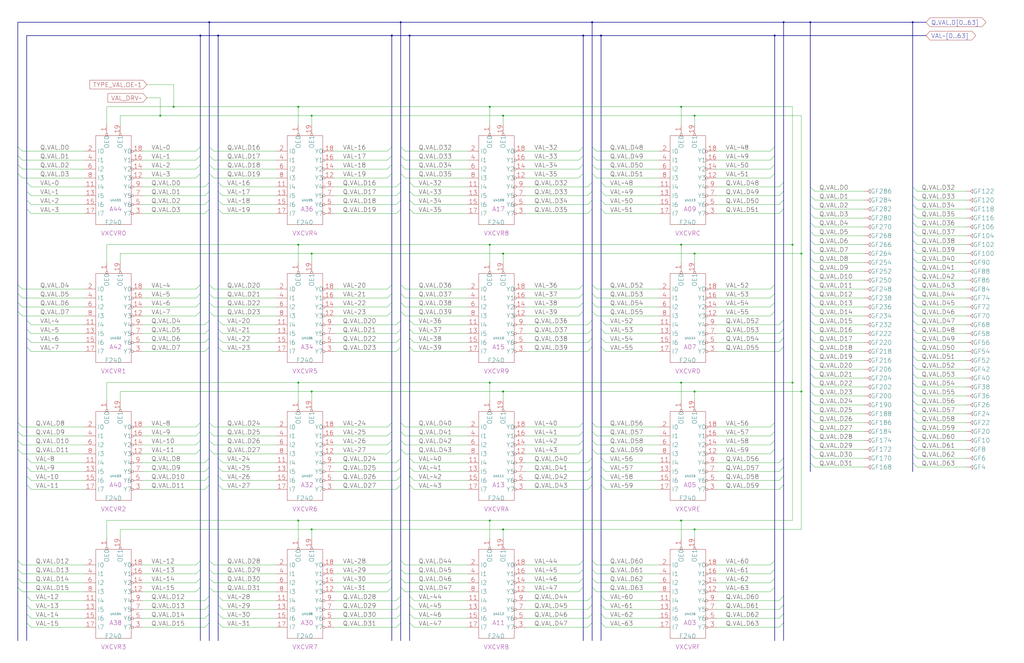
<source format=kicad_sch>
(kicad_sch (version 20230121) (generator eeschema)
  (paper "User" 584.2 378.46)
  (title_block (title "VALUE BUS TRANCEIVERS\\nDATA PORTION") (date "22-MAY-90") (rev "1.0") (comment 1 "SEQUENCER") (comment 2 "232-003064") (comment 3 "S400") (comment 4 "RELEASED"))
  (junction (at 170.18 218.44))
  (junction (at 114.3 20.32))
  (junction (at 396.24 223.52))
  (junction (at 396.24 302.26))
  (junction (at 177.8 66.04))
  (junction (at 287.02 66.04))
  (junction (at 452.12 139.7))
  (junction (at 170.18 297.18))
  (junction (at 223.52 20.32))
  (junction (at 287.02 223.52))
  (junction (at 228.6 12.7))
  (junction (at 332.74 20.32))
  (junction (at 396.24 144.78))
  (junction (at 279.4 218.44))
  (junction (at 462.28 12.7))
  (junction (at 388.62 297.18))
  (junction (at 279.4 297.18))
  (junction (at 447.04 12.7))
  (junction (at 91.44 66.04))
  (junction (at 388.62 218.44))
  (junction (at 342.9 20.32))
  (junction (at 99.06 60.96))
  (junction (at 441.96 20.32))
  (junction (at 170.18 139.7))
  (junction (at 457.2 223.52))
  (junction (at 177.8 302.26))
  (junction (at 396.24 66.04))
  (junction (at 124.46 20.32))
  (junction (at 287.02 144.78))
  (junction (at 388.62 139.7))
  (junction (at 177.8 144.78))
  (junction (at 170.18 60.96))
  (junction (at 388.62 60.96))
  (junction (at 279.4 60.96))
  (junction (at 337.82 12.7))
  (junction (at 279.4 139.7))
  (junction (at 177.8 223.52))
  (junction (at 452.12 218.44))
  (junction (at 119.38 12.7))
  (junction (at 457.2 144.78))
  (junction (at 520.7 12.7))
  (junction (at 287.02 302.26))
  (junction (at 233.68 20.32))
  (bus_entry (at 114.3 256.54) (size -2.54 2.54))
  (bus_entry (at 462.28 218.44) (size 2.54 2.54))
  (bus_entry (at 124.46 266.7) (size 2.54 2.54))
  (bus_entry (at 462.28 238.76) (size 2.54 2.54))
  (bus_entry (at 223.52 93.98) (size -2.54 2.54))
  (bus_entry (at 441.96 256.54) (size -2.54 2.54))
  (bus_entry (at 119.38 241.3) (size 2.54 2.54))
  (bus_entry (at 337.82 345.44) (size -2.54 2.54))
  (bus_entry (at 223.52 256.54) (size -2.54 2.54))
  (bus_entry (at 114.3 335.28) (size -2.54 2.54))
  (bus_entry (at 447.04 276.86) (size -2.54 2.54))
  (bus_entry (at 520.7 167.64) (size 2.54 2.54))
  (bus_entry (at 15.24 266.7) (size 2.54 2.54))
  (bus_entry (at 223.52 330.2) (size -2.54 2.54))
  (bus_entry (at 233.68 345.44) (size 2.54 2.54))
  (bus_entry (at 462.28 193.04) (size 2.54 2.54))
  (bus_entry (at 520.7 127) (size 2.54 2.54))
  (bus_entry (at 332.74 246.38) (size -2.54 2.54))
  (bus_entry (at 520.7 203.2) (size 2.54 2.54))
  (bus_entry (at 342.9 109.22) (size 2.54 2.54))
  (bus_entry (at 119.38 261.62) (size -2.54 2.54))
  (bus_entry (at 462.28 152.4) (size 2.54 2.54))
  (bus_entry (at 441.96 325.12) (size -2.54 2.54))
  (bus_entry (at 441.96 246.38) (size -2.54 2.54))
  (bus_entry (at 15.24 350.52) (size 2.54 2.54))
  (bus_entry (at 520.7 198.12) (size 2.54 2.54))
  (bus_entry (at 520.7 142.24) (size 2.54 2.54))
  (bus_entry (at 15.24 109.22) (size 2.54 2.54))
  (bus_entry (at 119.38 187.96) (size -2.54 2.54))
  (bus_entry (at 223.52 320.04) (size -2.54 2.54))
  (bus_entry (at 520.7 147.32) (size 2.54 2.54))
  (bus_entry (at 228.6 325.12) (size 2.54 2.54))
  (bus_entry (at 447.04 109.22) (size -2.54 2.54))
  (bus_entry (at 342.9 104.14) (size 2.54 2.54))
  (bus_entry (at 342.9 340.36) (size 2.54 2.54))
  (bus_entry (at 119.38 246.38) (size 2.54 2.54))
  (bus_entry (at 520.7 193.04) (size 2.54 2.54))
  (bus_entry (at 10.16 172.72) (size 2.54 2.54))
  (bus_entry (at 10.16 251.46) (size 2.54 2.54))
  (bus_entry (at 10.16 162.56) (size 2.54 2.54))
  (bus_entry (at 114.3 172.72) (size -2.54 2.54))
  (bus_entry (at 228.6 350.52) (size -2.54 2.54))
  (bus_entry (at 15.24 345.44) (size 2.54 2.54))
  (bus_entry (at 337.82 182.88) (size -2.54 2.54))
  (bus_entry (at 124.46 271.78) (size 2.54 2.54))
  (bus_entry (at 337.82 167.64) (size 2.54 2.54))
  (bus_entry (at 228.6 246.38) (size 2.54 2.54))
  (bus_entry (at 10.16 177.8) (size 2.54 2.54))
  (bus_entry (at 119.38 256.54) (size 2.54 2.54))
  (bus_entry (at 441.96 93.98) (size -2.54 2.54))
  (bus_entry (at 337.82 276.86) (size -2.54 2.54))
  (bus_entry (at 228.6 355.6) (size -2.54 2.54))
  (bus_entry (at 223.52 172.72) (size -2.54 2.54))
  (bus_entry (at 228.6 241.3) (size 2.54 2.54))
  (bus_entry (at 228.6 177.8) (size 2.54 2.54))
  (bus_entry (at 228.6 99.06) (size 2.54 2.54))
  (bus_entry (at 332.74 251.46) (size -2.54 2.54))
  (bus_entry (at 441.96 88.9) (size -2.54 2.54))
  (bus_entry (at 337.82 330.2) (size 2.54 2.54))
  (bus_entry (at 124.46 261.62) (size 2.54 2.54))
  (bus_entry (at 233.68 266.7) (size 2.54 2.54))
  (bus_entry (at 233.68 350.52) (size 2.54 2.54))
  (bus_entry (at 228.6 193.04) (size -2.54 2.54))
  (bus_entry (at 332.74 241.3) (size -2.54 2.54))
  (bus_entry (at 124.46 276.86) (size 2.54 2.54))
  (bus_entry (at 462.28 177.8) (size 2.54 2.54))
  (bus_entry (at 223.52 88.9) (size -2.54 2.54))
  (bus_entry (at 114.3 177.8) (size -2.54 2.54))
  (bus_entry (at 228.6 167.64) (size 2.54 2.54))
  (bus_entry (at 462.28 223.52) (size 2.54 2.54))
  (bus_entry (at 462.28 208.28) (size 2.54 2.54))
  (bus_entry (at 441.96 251.46) (size -2.54 2.54))
  (bus_entry (at 233.68 355.6) (size 2.54 2.54))
  (bus_entry (at 520.7 233.68) (size 2.54 2.54))
  (bus_entry (at 119.38 167.64) (size 2.54 2.54))
  (bus_entry (at 119.38 271.78) (size -2.54 2.54))
  (bus_entry (at 447.04 340.36) (size -2.54 2.54))
  (bus_entry (at 119.38 172.72) (size 2.54 2.54))
  (bus_entry (at 447.04 271.78) (size -2.54 2.54))
  (bus_entry (at 447.04 198.12) (size -2.54 2.54))
  (bus_entry (at 337.82 320.04) (size 2.54 2.54))
  (bus_entry (at 332.74 93.98) (size -2.54 2.54))
  (bus_entry (at 228.6 345.44) (size -2.54 2.54))
  (bus_entry (at 337.82 83.82) (size 2.54 2.54))
  (bus_entry (at 337.82 177.8) (size 2.54 2.54))
  (bus_entry (at 462.28 147.32) (size 2.54 2.54))
  (bus_entry (at 337.82 114.3) (size -2.54 2.54))
  (bus_entry (at 228.6 162.56) (size 2.54 2.54))
  (bus_entry (at 337.82 340.36) (size -2.54 2.54))
  (bus_entry (at 332.74 172.72) (size -2.54 2.54))
  (bus_entry (at 223.52 251.46) (size -2.54 2.54))
  (bus_entry (at 114.3 330.2) (size -2.54 2.54))
  (bus_entry (at 337.82 88.9) (size 2.54 2.54))
  (bus_entry (at 337.82 256.54) (size 2.54 2.54))
  (bus_entry (at 124.46 345.44) (size 2.54 2.54))
  (bus_entry (at 337.82 109.22) (size -2.54 2.54))
  (bus_entry (at 337.82 350.52) (size -2.54 2.54))
  (bus_entry (at 10.16 335.28) (size 2.54 2.54))
  (bus_entry (at 124.46 350.52) (size 2.54 2.54))
  (bus_entry (at 114.3 246.38) (size -2.54 2.54))
  (bus_entry (at 119.38 193.04) (size -2.54 2.54))
  (bus_entry (at 228.6 88.9) (size 2.54 2.54))
  (bus_entry (at 342.9 187.96) (size 2.54 2.54))
  (bus_entry (at 332.74 330.2) (size -2.54 2.54))
  (bus_entry (at 114.3 251.46) (size -2.54 2.54))
  (bus_entry (at 10.16 167.64) (size 2.54 2.54))
  (bus_entry (at 441.96 167.64) (size -2.54 2.54))
  (bus_entry (at 223.52 177.8) (size -2.54 2.54))
  (bus_entry (at 119.38 276.86) (size -2.54 2.54))
  (bus_entry (at 228.6 251.46) (size 2.54 2.54))
  (bus_entry (at 462.28 137.16) (size 2.54 2.54))
  (bus_entry (at 520.7 137.16) (size 2.54 2.54))
  (bus_entry (at 520.7 157.48) (size 2.54 2.54))
  (bus_entry (at 10.16 246.38) (size 2.54 2.54))
  (bus_entry (at 223.52 335.28) (size -2.54 2.54))
  (bus_entry (at 520.7 264.16) (size 2.54 2.54))
  (bus_entry (at 124.46 187.96) (size 2.54 2.54))
  (bus_entry (at 223.52 241.3) (size -2.54 2.54))
  (bus_entry (at 119.38 330.2) (size 2.54 2.54))
  (bus_entry (at 462.28 264.16) (size 2.54 2.54))
  (bus_entry (at 332.74 256.54) (size -2.54 2.54))
  (bus_entry (at 15.24 187.96) (size 2.54 2.54))
  (bus_entry (at 332.74 88.9) (size -2.54 2.54))
  (bus_entry (at 520.7 182.88) (size 2.54 2.54))
  (bus_entry (at 447.04 261.62) (size -2.54 2.54))
  (bus_entry (at 447.04 114.3) (size -2.54 2.54))
  (bus_entry (at 119.38 345.44) (size -2.54 2.54))
  (bus_entry (at 520.7 121.92) (size 2.54 2.54))
  (bus_entry (at 228.6 83.82) (size 2.54 2.54))
  (bus_entry (at 337.82 162.56) (size 2.54 2.54))
  (bus_entry (at 223.52 167.64) (size -2.54 2.54))
  (bus_entry (at 337.82 261.62) (size -2.54 2.54))
  (bus_entry (at 233.68 193.04) (size 2.54 2.54))
  (bus_entry (at 233.68 261.62) (size 2.54 2.54))
  (bus_entry (at 447.04 182.88) (size -2.54 2.54))
  (bus_entry (at 223.52 83.82) (size -2.54 2.54))
  (bus_entry (at 337.82 335.28) (size 2.54 2.54))
  (bus_entry (at 342.9 276.86) (size 2.54 2.54))
  (bus_entry (at 119.38 320.04) (size 2.54 2.54))
  (bus_entry (at 15.24 276.86) (size 2.54 2.54))
  (bus_entry (at 124.46 355.6) (size 2.54 2.54))
  (bus_entry (at 10.16 256.54) (size 2.54 2.54))
  (bus_entry (at 119.38 251.46) (size 2.54 2.54))
  (bus_entry (at 119.38 350.52) (size -2.54 2.54))
  (bus_entry (at 447.04 193.04) (size -2.54 2.54))
  (bus_entry (at 462.28 127) (size 2.54 2.54))
  (bus_entry (at 447.04 266.7) (size -2.54 2.54))
  (bus_entry (at 332.74 99.06) (size -2.54 2.54))
  (bus_entry (at 228.6 330.2) (size 2.54 2.54))
  (bus_entry (at 233.68 119.38) (size 2.54 2.54))
  (bus_entry (at 342.9 271.78) (size 2.54 2.54))
  (bus_entry (at 233.68 109.22) (size 2.54 2.54))
  (bus_entry (at 114.3 88.9) (size -2.54 2.54))
  (bus_entry (at 520.7 172.72) (size 2.54 2.54))
  (bus_entry (at 520.7 243.84) (size 2.54 2.54))
  (bus_entry (at 447.04 119.38) (size -2.54 2.54))
  (bus_entry (at 223.52 246.38) (size -2.54 2.54))
  (bus_entry (at 114.3 320.04) (size -2.54 2.54))
  (bus_entry (at 520.7 259.08) (size 2.54 2.54))
  (bus_entry (at 342.9 350.52) (size 2.54 2.54))
  (bus_entry (at 462.28 116.84) (size 2.54 2.54))
  (bus_entry (at 462.28 198.12) (size 2.54 2.54))
  (bus_entry (at 10.16 99.06) (size 2.54 2.54))
  (bus_entry (at 520.7 208.28) (size 2.54 2.54))
  (bus_entry (at 441.96 83.82) (size -2.54 2.54))
  (bus_entry (at 462.28 162.56) (size 2.54 2.54))
  (bus_entry (at 337.82 104.14) (size -2.54 2.54))
  (bus_entry (at 332.74 162.56) (size -2.54 2.54))
  (bus_entry (at 119.38 182.88) (size -2.54 2.54))
  (bus_entry (at 124.46 193.04) (size 2.54 2.54))
  (bus_entry (at 228.6 261.62) (size -2.54 2.54))
  (bus_entry (at 520.7 254) (size 2.54 2.54))
  (bus_entry (at 337.82 246.38) (size 2.54 2.54))
  (bus_entry (at 462.28 182.88) (size 2.54 2.54))
  (bus_entry (at 114.3 162.56) (size -2.54 2.54))
  (bus_entry (at 462.28 203.2) (size 2.54 2.54))
  (bus_entry (at 124.46 182.88) (size 2.54 2.54))
  (bus_entry (at 119.38 340.36) (size -2.54 2.54))
  (bus_entry (at 520.7 238.76) (size 2.54 2.54))
  (bus_entry (at 10.16 241.3) (size 2.54 2.54))
  (bus_entry (at 114.3 325.12) (size -2.54 2.54))
  (bus_entry (at 15.24 193.04) (size 2.54 2.54))
  (bus_entry (at 10.16 88.9) (size 2.54 2.54))
  (bus_entry (at 10.16 83.82) (size 2.54 2.54))
  (bus_entry (at 15.24 104.14) (size 2.54 2.54))
  (bus_entry (at 342.9 182.88) (size 2.54 2.54))
  (bus_entry (at 10.16 93.98) (size 2.54 2.54))
  (bus_entry (at 114.3 93.98) (size -2.54 2.54))
  (bus_entry (at 119.38 266.7) (size -2.54 2.54))
  (bus_entry (at 337.82 172.72) (size 2.54 2.54))
  (bus_entry (at 520.7 132.08) (size 2.54 2.54))
  (bus_entry (at 462.28 254) (size 2.54 2.54))
  (bus_entry (at 119.38 104.14) (size -2.54 2.54))
  (bus_entry (at 124.46 340.36) (size 2.54 2.54))
  (bus_entry (at 15.24 182.88) (size 2.54 2.54))
  (bus_entry (at 441.96 99.06) (size -2.54 2.54))
  (bus_entry (at 124.46 104.14) (size 2.54 2.54))
  (bus_entry (at 342.9 345.44) (size 2.54 2.54))
  (bus_entry (at 233.68 198.12) (size 2.54 2.54))
  (bus_entry (at 233.68 340.36) (size 2.54 2.54))
  (bus_entry (at 337.82 355.6) (size -2.54 2.54))
  (bus_entry (at 520.7 162.56) (size 2.54 2.54))
  (bus_entry (at 233.68 276.86) (size 2.54 2.54))
  (bus_entry (at 337.82 193.04) (size -2.54 2.54))
  (bus_entry (at 332.74 167.64) (size -2.54 2.54))
  (bus_entry (at 228.6 266.7) (size -2.54 2.54))
  (bus_entry (at 441.96 330.2) (size -2.54 2.54))
  (bus_entry (at 337.82 119.38) (size -2.54 2.54))
  (bus_entry (at 10.16 320.04) (size 2.54 2.54))
  (bus_entry (at 462.28 228.6) (size 2.54 2.54))
  (bus_entry (at 15.24 261.62) (size 2.54 2.54))
  (bus_entry (at 228.6 198.12) (size -2.54 2.54))
  (bus_entry (at 462.28 111.76) (size 2.54 2.54))
  (bus_entry (at 223.52 99.06) (size -2.54 2.54))
  (bus_entry (at 462.28 106.68) (size 2.54 2.54))
  (bus_entry (at 441.96 162.56) (size -2.54 2.54))
  (bus_entry (at 447.04 355.6) (size -2.54 2.54))
  (bus_entry (at 520.7 223.52) (size 2.54 2.54))
  (bus_entry (at 228.6 335.28) (size 2.54 2.54))
  (bus_entry (at 520.7 228.6) (size 2.54 2.54))
  (bus_entry (at 520.7 111.76) (size 2.54 2.54))
  (bus_entry (at 337.82 325.12) (size 2.54 2.54))
  (bus_entry (at 228.6 320.04) (size 2.54 2.54))
  (bus_entry (at 228.6 340.36) (size -2.54 2.54))
  (bus_entry (at 228.6 276.86) (size -2.54 2.54))
  (bus_entry (at 520.7 213.36) (size 2.54 2.54))
  (bus_entry (at 124.46 114.3) (size 2.54 2.54))
  (bus_entry (at 447.04 345.44) (size -2.54 2.54))
  (bus_entry (at 15.24 355.6) (size 2.54 2.54))
  (bus_entry (at 332.74 177.8) (size -2.54 2.54))
  (bus_entry (at 228.6 271.78) (size -2.54 2.54))
  (bus_entry (at 520.7 152.4) (size 2.54 2.54))
  (bus_entry (at 15.24 198.12) (size 2.54 2.54))
  (bus_entry (at 233.68 104.14) (size 2.54 2.54))
  (bus_entry (at 15.24 340.36) (size 2.54 2.54))
  (bus_entry (at 342.9 266.7) (size 2.54 2.54))
  (bus_entry (at 342.9 355.6) (size 2.54 2.54))
  (bus_entry (at 337.82 251.46) (size 2.54 2.54))
  (bus_entry (at 342.9 193.04) (size 2.54 2.54))
  (bus_entry (at 332.74 325.12) (size -2.54 2.54))
  (bus_entry (at 223.52 162.56) (size -2.54 2.54))
  (bus_entry (at 119.38 119.38) (size -2.54 2.54))
  (bus_entry (at 119.38 99.06) (size 2.54 2.54))
  (bus_entry (at 342.9 119.38) (size 2.54 2.54))
  (bus_entry (at 228.6 187.96) (size -2.54 2.54))
  (bus_entry (at 119.38 325.12) (size 2.54 2.54))
  (bus_entry (at 228.6 109.22) (size -2.54 2.54))
  (bus_entry (at 342.9 261.62) (size 2.54 2.54))
  (bus_entry (at 337.82 99.06) (size 2.54 2.54))
  (bus_entry (at 332.74 320.04) (size -2.54 2.54))
  (bus_entry (at 15.24 119.38) (size 2.54 2.54))
  (bus_entry (at 119.38 109.22) (size -2.54 2.54))
  (bus_entry (at 462.28 142.24) (size 2.54 2.54))
  (bus_entry (at 441.96 241.3) (size -2.54 2.54))
  (bus_entry (at 119.38 177.8) (size 2.54 2.54))
  (bus_entry (at 337.82 187.96) (size -2.54 2.54))
  (bus_entry (at 332.74 83.82) (size -2.54 2.54))
  (bus_entry (at 119.38 335.28) (size 2.54 2.54))
  (bus_entry (at 228.6 119.38) (size -2.54 2.54))
  (bus_entry (at 520.7 106.68) (size 2.54 2.54))
  (bus_entry (at 462.28 243.84) (size 2.54 2.54))
  (bus_entry (at 228.6 104.14) (size -2.54 2.54))
  (bus_entry (at 114.3 241.3) (size -2.54 2.54))
  (bus_entry (at 114.3 99.06) (size -2.54 2.54))
  (bus_entry (at 332.74 335.28) (size -2.54 2.54))
  (bus_entry (at 119.38 93.98) (size 2.54 2.54))
  (bus_entry (at 233.68 187.96) (size 2.54 2.54))
  (bus_entry (at 228.6 114.3) (size -2.54 2.54))
  (bus_entry (at 337.82 93.98) (size 2.54 2.54))
  (bus_entry (at 342.9 114.3) (size 2.54 2.54))
  (bus_entry (at 119.38 88.9) (size 2.54 2.54))
  (bus_entry (at 114.3 167.64) (size -2.54 2.54))
  (bus_entry (at 233.68 182.88) (size 2.54 2.54))
  (bus_entry (at 520.7 177.8) (size 2.54 2.54))
  (bus_entry (at 228.6 256.54) (size 2.54 2.54))
  (bus_entry (at 124.46 119.38) (size 2.54 2.54))
  (bus_entry (at 462.28 233.68) (size 2.54 2.54))
  (bus_entry (at 228.6 172.72) (size 2.54 2.54))
  (bus_entry (at 10.16 325.12) (size 2.54 2.54))
  (bus_entry (at 462.28 187.96) (size 2.54 2.54))
  (bus_entry (at 114.3 83.82) (size -2.54 2.54))
  (bus_entry (at 337.82 241.3) (size 2.54 2.54))
  (bus_entry (at 462.28 167.64) (size 2.54 2.54))
  (bus_entry (at 447.04 187.96) (size -2.54 2.54))
  (bus_entry (at 233.68 271.78) (size 2.54 2.54))
  (bus_entry (at 124.46 198.12) (size 2.54 2.54))
  (bus_entry (at 441.96 177.8) (size -2.54 2.54))
  (bus_entry (at 462.28 121.92) (size 2.54 2.54))
  (bus_entry (at 342.9 198.12) (size 2.54 2.54))
  (bus_entry (at 119.38 83.82) (size 2.54 2.54))
  (bus_entry (at 447.04 104.14) (size -2.54 2.54))
  (bus_entry (at 15.24 114.3) (size 2.54 2.54))
  (bus_entry (at 441.96 335.28) (size -2.54 2.54))
  (bus_entry (at 441.96 172.72) (size -2.54 2.54))
  (bus_entry (at 520.7 248.92) (size 2.54 2.54))
  (bus_entry (at 462.28 172.72) (size 2.54 2.54))
  (bus_entry (at 462.28 157.48) (size 2.54 2.54))
  (bus_entry (at 462.28 259.08) (size 2.54 2.54))
  (bus_entry (at 520.7 187.96) (size 2.54 2.54))
  (bus_entry (at 337.82 198.12) (size -2.54 2.54))
  (bus_entry (at 228.6 182.88) (size -2.54 2.54))
  (bus_entry (at 337.82 271.78) (size -2.54 2.54))
  (bus_entry (at 119.38 198.12) (size -2.54 2.54))
  (bus_entry (at 15.24 271.78) (size 2.54 2.54))
  (bus_entry (at 337.82 266.7) (size -2.54 2.54))
  (bus_entry (at 124.46 109.22) (size 2.54 2.54))
  (bus_entry (at 520.7 218.44) (size 2.54 2.54))
  (bus_entry (at 441.96 320.04) (size -2.54 2.54))
  (bus_entry (at 520.7 116.84) (size 2.54 2.54))
  (bus_entry (at 233.68 114.3) (size 2.54 2.54))
  (bus_entry (at 462.28 132.08) (size 2.54 2.54))
  (bus_entry (at 228.6 93.98) (size 2.54 2.54))
  (bus_entry (at 223.52 325.12) (size -2.54 2.54))
  (bus_entry (at 10.16 330.2) (size 2.54 2.54))
  (bus_entry (at 119.38 114.3) (size -2.54 2.54))
  (bus_entry (at 119.38 162.56) (size 2.54 2.54))
  (bus_entry (at 119.38 355.6) (size -2.54 2.54))
  (bus_entry (at 447.04 350.52) (size -2.54 2.54))
  (bus_entry (at 462.28 213.36) (size 2.54 2.54))
  (bus_entry (at 462.28 248.92) (size 2.54 2.54))
  (bus (pts (xy 337.82 266.7) (xy 337.82 271.78)))
  (wire (pts (xy 121.92 175.26) (xy 157.48 175.26)))
  (wire (pts (xy 408.94 170.18) (xy 439.42 170.18)))
  (wire (pts (xy 190.5 279.4) (xy 226.06 279.4)))
  (bus (pts (xy 520.7 157.48) (xy 520.7 162.56)))
  (bus (pts (xy 462.28 248.92) (xy 462.28 254)))
  (wire (pts (xy 127 269.24) (xy 157.48 269.24)))
  (wire (pts (xy 236.22 358.14) (xy 266.7 358.14)))
  (bus (pts (xy 233.68 345.44) (xy 233.68 350.52)))
  (bus (pts (xy 441.96 162.56) (xy 441.96 167.64)))
  (bus (pts (xy 10.16 167.64) (xy 10.16 172.72)))
  (wire (pts (xy 81.28 195.58) (xy 116.84 195.58)))
  (wire (pts (xy 81.28 96.52) (xy 111.76 96.52)))
  (wire (pts (xy 299.72 190.5) (xy 335.28 190.5)))
  (wire (pts (xy 170.18 139.7) (xy 170.18 149.86)))
  (bus (pts (xy 15.24 20.32) (xy 114.3 20.32)))
  (bus (pts (xy 15.24 261.62) (xy 15.24 266.7)))
  (wire (pts (xy 523.24 220.98) (xy 551.18 220.98)))
  (bus (pts (xy 520.7 187.96) (xy 520.7 193.04)))
  (wire (pts (xy 340.36 322.58) (xy 375.92 322.58)))
  (wire (pts (xy 68.58 144.78) (xy 68.58 149.86)))
  (bus (pts (xy 441.96 330.2) (xy 441.96 335.28)))
  (wire (pts (xy 12.7 248.92) (xy 48.26 248.92)))
  (bus (pts (xy 119.38 276.86) (xy 119.38 320.04)))
  (bus (pts (xy 15.24 193.04) (xy 15.24 198.12)))
  (wire (pts (xy 299.72 106.68) (xy 335.28 106.68)))
  (wire (pts (xy 388.62 139.7) (xy 452.12 139.7)))
  (wire (pts (xy 464.82 109.22) (xy 492.76 109.22)))
  (bus (pts (xy 462.28 208.28) (xy 462.28 213.36)))
  (bus (pts (xy 233.68 276.86) (xy 233.68 340.36)))
  (wire (pts (xy 279.4 139.7) (xy 279.4 149.86)))
  (bus (pts (xy 462.28 121.92) (xy 462.28 127)))
  (bus (pts (xy 228.6 167.64) (xy 228.6 172.72)))
  (wire (pts (xy 299.72 269.24) (xy 335.28 269.24)))
  (bus (pts (xy 520.7 203.2) (xy 520.7 208.28)))
  (bus (pts (xy 520.7 111.76) (xy 520.7 116.84)))
  (wire (pts (xy 17.78 353.06) (xy 48.26 353.06)))
  (wire (pts (xy 408.94 180.34) (xy 439.42 180.34)))
  (wire (pts (xy 68.58 66.04) (xy 91.44 66.04)))
  (bus (pts (xy 228.6 93.98) (xy 228.6 99.06)))
  (wire (pts (xy 464.82 236.22) (xy 492.76 236.22)))
  (bus (pts (xy 15.24 119.38) (xy 15.24 182.88)))
  (wire (pts (xy 190.5 116.84) (xy 226.06 116.84)))
  (wire (pts (xy 523.24 154.94) (xy 551.18 154.94)))
  (wire (pts (xy 408.94 175.26) (xy 439.42 175.26)))
  (wire (pts (xy 236.22 347.98) (xy 266.7 347.98)))
  (bus (pts (xy 223.52 177.8) (xy 223.52 241.3)))
  (wire (pts (xy 396.24 144.78) (xy 457.2 144.78)))
  (wire (pts (xy 523.24 139.7) (xy 551.18 139.7)))
  (bus (pts (xy 119.38 104.14) (xy 119.38 109.22)))
  (bus (pts (xy 332.74 20.32) (xy 342.9 20.32)))
  (wire (pts (xy 17.78 279.4) (xy 48.26 279.4)))
  (bus (pts (xy 228.6 83.82) (xy 228.6 88.9)))
  (wire (pts (xy 12.7 180.34) (xy 48.26 180.34)))
  (bus (pts (xy 520.7 213.36) (xy 520.7 218.44)))
  (bus (pts (xy 114.3 246.38) (xy 114.3 251.46)))
  (wire (pts (xy 299.72 254) (xy 330.2 254)))
  (wire (pts (xy 17.78 116.84) (xy 48.26 116.84)))
  (wire (pts (xy 190.5 106.68) (xy 226.06 106.68)))
  (wire (pts (xy 388.62 139.7) (xy 388.62 149.86)))
  (wire (pts (xy 299.72 274.32) (xy 335.28 274.32)))
  (wire (pts (xy 523.24 175.26) (xy 551.18 175.26)))
  (wire (pts (xy 236.22 274.32) (xy 266.7 274.32)))
  (wire (pts (xy 279.4 218.44) (xy 388.62 218.44)))
  (wire (pts (xy 452.12 139.7) (xy 452.12 218.44)))
  (wire (pts (xy 287.02 66.04) (xy 287.02 71.12)))
  (bus (pts (xy 332.74 167.64) (xy 332.74 172.72)))
  (bus (pts (xy 342.9 20.32) (xy 342.9 104.14)))
  (bus (pts (xy 124.46 182.88) (xy 124.46 187.96)))
  (wire (pts (xy 299.72 111.76) (xy 335.28 111.76)))
  (wire (pts (xy 523.24 241.3) (xy 551.18 241.3)))
  (wire (pts (xy 81.28 116.84) (xy 116.84 116.84)))
  (bus (pts (xy 119.38 193.04) (xy 119.38 198.12)))
  (bus (pts (xy 124.46 198.12) (xy 124.46 261.62)))
  (bus (pts (xy 228.6 109.22) (xy 228.6 114.3)))
  (wire (pts (xy 121.92 243.84) (xy 157.48 243.84)))
  (wire (pts (xy 279.4 60.96) (xy 279.4 71.12)))
  (bus (pts (xy 447.04 104.14) (xy 447.04 109.22)))
  (bus (pts (xy 233.68 193.04) (xy 233.68 198.12)))
  (bus (pts (xy 337.82 246.38) (xy 337.82 251.46)))
  (bus (pts (xy 462.28 12.7) (xy 447.04 12.7)))
  (bus (pts (xy 520.7 177.8) (xy 520.7 182.88)))
  (wire (pts (xy 236.22 190.5) (xy 266.7 190.5)))
  (wire (pts (xy 60.96 139.7) (xy 170.18 139.7)))
  (wire (pts (xy 279.4 60.96) (xy 388.62 60.96)))
  (wire (pts (xy 345.44 106.68) (xy 375.92 106.68)))
  (bus (pts (xy 447.04 182.88) (xy 447.04 187.96)))
  (wire (pts (xy 464.82 119.38) (xy 492.76 119.38)))
  (bus (pts (xy 124.46 104.14) (xy 124.46 109.22)))
  (bus (pts (xy 342.9 104.14) (xy 342.9 109.22)))
  (wire (pts (xy 170.18 218.44) (xy 279.4 218.44)))
  (bus (pts (xy 228.6 345.44) (xy 228.6 350.52)))
  (bus (pts (xy 15.24 266.7) (xy 15.24 271.78)))
  (bus (pts (xy 119.38 167.64) (xy 119.38 172.72)))
  (bus (pts (xy 124.46 119.38) (xy 124.46 182.88)))
  (wire (pts (xy 340.36 332.74) (xy 375.92 332.74)))
  (wire (pts (xy 17.78 185.42) (xy 48.26 185.42)))
  (wire (pts (xy 345.44 111.76) (xy 375.92 111.76)))
  (wire (pts (xy 464.82 185.42) (xy 492.76 185.42)))
  (wire (pts (xy 17.78 111.76) (xy 48.26 111.76)))
  (bus (pts (xy 332.74 88.9) (xy 332.74 93.98)))
  (bus (pts (xy 337.82 162.56) (xy 337.82 167.64)))
  (wire (pts (xy 345.44 274.32) (xy 375.92 274.32)))
  (bus (pts (xy 233.68 20.32) (xy 233.68 104.14)))
  (wire (pts (xy 81.28 332.74) (xy 111.76 332.74)))
  (wire (pts (xy 121.92 180.34) (xy 157.48 180.34)))
  (wire (pts (xy 68.58 66.04) (xy 68.58 71.12)))
  (wire (pts (xy 127 106.68) (xy 157.48 106.68)))
  (bus (pts (xy 119.38 320.04) (xy 119.38 325.12)))
  (bus (pts (xy 119.38 99.06) (xy 119.38 104.14)))
  (wire (pts (xy 83.82 48.26) (xy 99.06 48.26)))
  (wire (pts (xy 60.96 297.18) (xy 170.18 297.18)))
  (bus (pts (xy 520.7 264.16) (xy 520.7 269.24)))
  (bus (pts (xy 10.16 325.12) (xy 10.16 330.2)))
  (bus (pts (xy 462.28 132.08) (xy 462.28 137.16)))
  (wire (pts (xy 523.24 231.14) (xy 551.18 231.14)))
  (wire (pts (xy 523.24 266.7) (xy 551.18 266.7)))
  (bus (pts (xy 520.7 12.7) (xy 520.7 106.68)))
  (bus (pts (xy 119.38 93.98) (xy 119.38 99.06)))
  (wire (pts (xy 60.96 139.7) (xy 60.96 149.86)))
  (bus (pts (xy 119.38 340.36) (xy 119.38 345.44)))
  (wire (pts (xy 81.28 322.58) (xy 111.76 322.58)))
  (wire (pts (xy 190.5 175.26) (xy 220.98 175.26)))
  (bus (pts (xy 223.52 251.46) (xy 223.52 256.54)))
  (bus (pts (xy 342.9 198.12) (xy 342.9 261.62)))
  (wire (pts (xy 190.5 170.18) (xy 220.98 170.18)))
  (wire (pts (xy 17.78 269.24) (xy 48.26 269.24)))
  (wire (pts (xy 177.8 302.26) (xy 287.02 302.26)))
  (wire (pts (xy 279.4 297.18) (xy 279.4 307.34)))
  (bus (pts (xy 462.28 152.4) (xy 462.28 157.48)))
  (bus (pts (xy 114.3 330.2) (xy 114.3 335.28)))
  (bus (pts (xy 337.82 114.3) (xy 337.82 119.38)))
  (wire (pts (xy 190.5 243.84) (xy 220.98 243.84)))
  (wire (pts (xy 190.5 248.92) (xy 220.98 248.92)))
  (bus (pts (xy 447.04 119.38) (xy 447.04 182.88)))
  (bus (pts (xy 520.7 137.16) (xy 520.7 142.24)))
  (wire (pts (xy 121.92 91.44) (xy 157.48 91.44)))
  (bus (pts (xy 332.74 330.2) (xy 332.74 335.28)))
  (wire (pts (xy 127 190.5) (xy 157.48 190.5)))
  (bus (pts (xy 124.46 109.22) (xy 124.46 114.3)))
  (wire (pts (xy 408.94 332.74) (xy 439.42 332.74)))
  (wire (pts (xy 121.92 337.82) (xy 157.48 337.82)))
  (bus (pts (xy 337.82 88.9) (xy 337.82 93.98)))
  (bus (pts (xy 337.82 320.04) (xy 337.82 325.12)))
  (wire (pts (xy 236.22 195.58) (xy 266.7 195.58)))
  (wire (pts (xy 523.24 226.06) (xy 551.18 226.06)))
  (bus (pts (xy 228.6 241.3) (xy 228.6 246.38)))
  (bus (pts (xy 119.38 266.7) (xy 119.38 271.78)))
  (wire (pts (xy 464.82 175.26) (xy 492.76 175.26)))
  (wire (pts (xy 121.92 86.36) (xy 157.48 86.36)))
  (bus (pts (xy 332.74 99.06) (xy 332.74 162.56)))
  (wire (pts (xy 190.5 259.08) (xy 220.98 259.08)))
  (wire (pts (xy 299.72 185.42) (xy 335.28 185.42)))
  (bus (pts (xy 119.38 330.2) (xy 119.38 335.28)))
  (bus (pts (xy 462.28 218.44) (xy 462.28 223.52)))
  (bus (pts (xy 447.04 345.44) (xy 447.04 350.52)))
  (wire (pts (xy 408.94 111.76) (xy 444.5 111.76)))
  (bus (pts (xy 447.04 271.78) (xy 447.04 276.86)))
  (wire (pts (xy 231.14 101.6) (xy 266.7 101.6)))
  (bus (pts (xy 15.24 198.12) (xy 15.24 261.62)))
  (bus (pts (xy 462.28 223.52) (xy 462.28 228.6)))
  (wire (pts (xy 279.4 139.7) (xy 388.62 139.7)))
  (bus (pts (xy 462.28 233.68) (xy 462.28 238.76)))
  (bus (pts (xy 119.38 241.3) (xy 119.38 246.38)))
  (bus (pts (xy 520.7 142.24) (xy 520.7 147.32)))
  (bus (pts (xy 10.16 335.28) (xy 10.16 365.76)))
  (wire (pts (xy 523.24 210.82) (xy 551.18 210.82)))
  (wire (pts (xy 127 347.98) (xy 157.48 347.98)))
  (wire (pts (xy 121.92 170.18) (xy 157.48 170.18)))
  (wire (pts (xy 190.5 121.92) (xy 226.06 121.92)))
  (bus (pts (xy 462.28 238.76) (xy 462.28 243.84)))
  (bus (pts (xy 520.7 121.92) (xy 520.7 127)))
  (bus (pts (xy 462.28 162.56) (xy 462.28 167.64)))
  (bus (pts (xy 332.74 177.8) (xy 332.74 241.3)))
  (wire (pts (xy 396.24 302.26) (xy 396.24 307.34)))
  (wire (pts (xy 523.24 180.34) (xy 551.18 180.34)))
  (bus (pts (xy 462.28 111.76) (xy 462.28 116.84)))
  (bus (pts (xy 228.6 12.7) (xy 119.38 12.7)))
  (bus (pts (xy 332.74 241.3) (xy 332.74 246.38)))
  (bus (pts (xy 114.3 241.3) (xy 114.3 246.38)))
  (wire (pts (xy 81.28 254) (xy 111.76 254)))
  (bus (pts (xy 119.38 83.82) (xy 119.38 88.9)))
  (wire (pts (xy 60.96 60.96) (xy 99.06 60.96)))
  (bus (pts (xy 332.74 320.04) (xy 332.74 325.12)))
  (bus (pts (xy 462.28 127) (xy 462.28 132.08)))
  (wire (pts (xy 523.24 144.78) (xy 551.18 144.78)))
  (wire (pts (xy 299.72 332.74) (xy 330.2 332.74)))
  (wire (pts (xy 340.36 259.08) (xy 375.92 259.08)))
  (bus (pts (xy 223.52 93.98) (xy 223.52 99.06)))
  (bus (pts (xy 520.7 208.28) (xy 520.7 213.36)))
  (wire (pts (xy 464.82 251.46) (xy 492.76 251.46)))
  (wire (pts (xy 81.28 170.18) (xy 111.76 170.18)))
  (wire (pts (xy 177.8 223.52) (xy 177.8 228.6)))
  (bus (pts (xy 441.96 20.32) (xy 441.96 83.82)))
  (wire (pts (xy 231.14 96.52) (xy 266.7 96.52)))
  (wire (pts (xy 231.14 170.18) (xy 266.7 170.18)))
  (wire (pts (xy 81.28 185.42) (xy 116.84 185.42)))
  (wire (pts (xy 464.82 205.74) (xy 492.76 205.74)))
  (bus (pts (xy 10.16 246.38) (xy 10.16 251.46)))
  (wire (pts (xy 408.94 200.66) (xy 444.5 200.66)))
  (wire (pts (xy 299.72 200.66) (xy 335.28 200.66)))
  (bus (pts (xy 441.96 241.3) (xy 441.96 246.38)))
  (bus (pts (xy 462.28 259.08) (xy 462.28 264.16)))
  (bus (pts (xy 233.68 187.96) (xy 233.68 193.04)))
  (wire (pts (xy 236.22 116.84) (xy 266.7 116.84)))
  (bus (pts (xy 223.52 167.64) (xy 223.52 172.72)))
  (wire (pts (xy 408.94 347.98) (xy 444.5 347.98)))
  (wire (pts (xy 408.94 322.58) (xy 439.42 322.58)))
  (wire (pts (xy 408.94 121.92) (xy 444.5 121.92)))
  (wire (pts (xy 81.28 101.6) (xy 111.76 101.6)))
  (wire (pts (xy 68.58 223.52) (xy 68.58 228.6)))
  (wire (pts (xy 299.72 175.26) (xy 330.2 175.26)))
  (wire (pts (xy 464.82 134.62) (xy 492.76 134.62)))
  (bus (pts (xy 337.82 325.12) (xy 337.82 330.2)))
  (bus (pts (xy 337.82 345.44) (xy 337.82 350.52)))
  (wire (pts (xy 523.24 119.38) (xy 551.18 119.38)))
  (wire (pts (xy 81.28 91.44) (xy 111.76 91.44)))
  (wire (pts (xy 121.92 165.1) (xy 157.48 165.1)))
  (wire (pts (xy 121.92 101.6) (xy 157.48 101.6)))
  (bus (pts (xy 332.74 335.28) (xy 332.74 365.76)))
  (bus (pts (xy 332.74 93.98) (xy 332.74 99.06)))
  (bus (pts (xy 337.82 276.86) (xy 337.82 320.04)))
  (bus (pts (xy 10.16 99.06) (xy 10.16 162.56)))
  (bus (pts (xy 119.38 261.62) (xy 119.38 266.7)))
  (bus (pts (xy 233.68 355.6) (xy 233.68 365.76)))
  (wire (pts (xy 81.28 347.98) (xy 116.84 347.98)))
  (wire (pts (xy 340.36 86.36) (xy 375.92 86.36)))
  (bus (pts (xy 124.46 340.36) (xy 124.46 345.44)))
  (bus (pts (xy 15.24 271.78) (xy 15.24 276.86)))
  (bus (pts (xy 337.82 340.36) (xy 337.82 345.44)))
  (wire (pts (xy 523.24 134.62) (xy 551.18 134.62)))
  (bus (pts (xy 520.7 172.72) (xy 520.7 177.8)))
  (bus (pts (xy 223.52 83.82) (xy 223.52 88.9)))
  (wire (pts (xy 523.24 261.62) (xy 551.18 261.62)))
  (wire (pts (xy 523.24 170.18) (xy 551.18 170.18)))
  (wire (pts (xy 190.5 274.32) (xy 226.06 274.32)))
  (wire (pts (xy 345.44 358.14) (xy 375.92 358.14)))
  (bus (pts (xy 342.9 350.52) (xy 342.9 355.6)))
  (wire (pts (xy 345.44 121.92) (xy 375.92 121.92)))
  (wire (pts (xy 60.96 218.44) (xy 170.18 218.44)))
  (bus (pts (xy 223.52 20.32) (xy 223.52 83.82)))
  (bus (pts (xy 228.6 104.14) (xy 228.6 109.22)))
  (wire (pts (xy 236.22 279.4) (xy 266.7 279.4)))
  (bus (pts (xy 15.24 340.36) (xy 15.24 345.44)))
  (wire (pts (xy 190.5 111.76) (xy 226.06 111.76)))
  (bus (pts (xy 520.7 238.76) (xy 520.7 243.84)))
  (bus (pts (xy 520.7 167.64) (xy 520.7 172.72)))
  (wire (pts (xy 17.78 358.14) (xy 48.26 358.14)))
  (bus (pts (xy 520.7 233.68) (xy 520.7 238.76)))
  (wire (pts (xy 408.94 342.9) (xy 444.5 342.9)))
  (bus (pts (xy 332.74 246.38) (xy 332.74 251.46)))
  (wire (pts (xy 17.78 200.66) (xy 48.26 200.66)))
  (wire (pts (xy 177.8 144.78) (xy 287.02 144.78)))
  (wire (pts (xy 190.5 337.82) (xy 220.98 337.82)))
  (bus (pts (xy 520.7 106.68) (xy 520.7 111.76)))
  (wire (pts (xy 299.72 347.98) (xy 335.28 347.98)))
  (wire (pts (xy 299.72 101.6) (xy 330.2 101.6)))
  (bus (pts (xy 520.7 248.92) (xy 520.7 254)))
  (bus (pts (xy 223.52 256.54) (xy 223.52 320.04)))
  (bus (pts (xy 447.04 350.52) (xy 447.04 355.6)))
  (bus (pts (xy 447.04 340.36) (xy 447.04 345.44)))
  (wire (pts (xy 17.78 106.68) (xy 48.26 106.68)))
  (bus (pts (xy 119.38 198.12) (xy 119.38 241.3)))
  (wire (pts (xy 340.36 248.92) (xy 375.92 248.92)))
  (wire (pts (xy 170.18 60.96) (xy 170.18 71.12)))
  (bus (pts (xy 332.74 251.46) (xy 332.74 256.54)))
  (wire (pts (xy 464.82 195.58) (xy 492.76 195.58)))
  (wire (pts (xy 287.02 66.04) (xy 396.24 66.04)))
  (wire (pts (xy 408.94 269.24) (xy 444.5 269.24)))
  (wire (pts (xy 190.5 200.66) (xy 226.06 200.66)))
  (bus (pts (xy 10.16 172.72) (xy 10.16 177.8)))
  (wire (pts (xy 12.7 337.82) (xy 48.26 337.82)))
  (wire (pts (xy 236.22 200.66) (xy 266.7 200.66)))
  (bus (pts (xy 337.82 198.12) (xy 337.82 241.3)))
  (bus (pts (xy 342.9 271.78) (xy 342.9 276.86)))
  (bus (pts (xy 462.28 147.32) (xy 462.28 152.4)))
  (bus (pts (xy 462.28 254) (xy 462.28 259.08)))
  (wire (pts (xy 408.94 259.08) (xy 439.42 259.08)))
  (wire (pts (xy 231.14 91.44) (xy 266.7 91.44)))
  (bus (pts (xy 233.68 119.38) (xy 233.68 182.88)))
  (wire (pts (xy 190.5 86.36) (xy 220.98 86.36)))
  (bus (pts (xy 462.28 203.2) (xy 462.28 208.28)))
  (bus (pts (xy 15.24 187.96) (xy 15.24 193.04)))
  (wire (pts (xy 17.78 274.32) (xy 48.26 274.32)))
  (wire (pts (xy 231.14 180.34) (xy 266.7 180.34)))
  (wire (pts (xy 464.82 139.7) (xy 492.76 139.7)))
  (wire (pts (xy 81.28 121.92) (xy 116.84 121.92)))
  (wire (pts (xy 388.62 218.44) (xy 388.62 228.6)))
  (wire (pts (xy 231.14 254) (xy 266.7 254)))
  (bus (pts (xy 342.9 119.38) (xy 342.9 182.88)))
  (bus (pts (xy 441.96 335.28) (xy 441.96 365.76)))
  (wire (pts (xy 388.62 60.96) (xy 388.62 71.12)))
  (wire (pts (xy 408.94 337.82) (xy 439.42 337.82)))
  (bus (pts (xy 228.6 193.04) (xy 228.6 198.12)))
  (wire (pts (xy 464.82 190.5) (xy 492.76 190.5)))
  (wire (pts (xy 60.96 60.96) (xy 60.96 71.12)))
  (wire (pts (xy 299.72 243.84) (xy 330.2 243.84)))
  (bus (pts (xy 233.68 20.32) (xy 332.74 20.32)))
  (bus (pts (xy 114.3 172.72) (xy 114.3 177.8)))
  (bus (pts (xy 441.96 20.32) (xy 528.32 20.32)))
  (bus (pts (xy 337.82 93.98) (xy 337.82 99.06)))
  (bus (pts (xy 447.04 266.7) (xy 447.04 271.78)))
  (bus (pts (xy 447.04 198.12) (xy 447.04 261.62)))
  (wire (pts (xy 457.2 223.52) (xy 457.2 144.78)))
  (bus (pts (xy 337.82 104.14) (xy 337.82 109.22)))
  (bus (pts (xy 332.74 20.32) (xy 332.74 83.82)))
  (wire (pts (xy 464.82 114.3) (xy 492.76 114.3)))
  (bus (pts (xy 10.16 241.3) (xy 10.16 246.38)))
  (bus (pts (xy 228.6 114.3) (xy 228.6 119.38)))
  (bus (pts (xy 337.82 335.28) (xy 337.82 340.36)))
  (bus (pts (xy 228.6 350.52) (xy 228.6 355.6)))
  (bus (pts (xy 342.9 266.7) (xy 342.9 271.78)))
  (bus (pts (xy 124.46 276.86) (xy 124.46 340.36)))
  (wire (pts (xy 91.44 66.04) (xy 177.8 66.04)))
  (wire (pts (xy 68.58 144.78) (xy 177.8 144.78)))
  (wire (pts (xy 464.82 220.98) (xy 492.76 220.98)))
  (bus (pts (xy 337.82 261.62) (xy 337.82 266.7)))
  (wire (pts (xy 408.94 185.42) (xy 444.5 185.42)))
  (bus (pts (xy 233.68 109.22) (xy 233.68 114.3)))
  (bus (pts (xy 520.7 228.6) (xy 520.7 233.68)))
  (wire (pts (xy 12.7 165.1) (xy 48.26 165.1)))
  (bus (pts (xy 223.52 335.28) (xy 223.52 365.76)))
  (wire (pts (xy 299.72 337.82) (xy 330.2 337.82)))
  (bus (pts (xy 114.3 99.06) (xy 114.3 162.56)))
  (wire (pts (xy 121.92 96.52) (xy 157.48 96.52)))
  (wire (pts (xy 127 200.66) (xy 157.48 200.66)))
  (wire (pts (xy 340.36 337.82) (xy 375.92 337.82)))
  (wire (pts (xy 408.94 86.36) (xy 439.42 86.36)))
  (bus (pts (xy 119.38 12.7) (xy 119.38 83.82)))
  (bus (pts (xy 228.6 276.86) (xy 228.6 320.04)))
  (bus (pts (xy 342.9 193.04) (xy 342.9 198.12)))
  (bus (pts (xy 223.52 172.72) (xy 223.52 177.8)))
  (wire (pts (xy 81.28 274.32) (xy 116.84 274.32)))
  (wire (pts (xy 127 274.32) (xy 157.48 274.32)))
  (bus (pts (xy 447.04 187.96) (xy 447.04 193.04)))
  (bus (pts (xy 447.04 355.6) (xy 447.04 365.76)))
  (wire (pts (xy 345.44 347.98) (xy 375.92 347.98)))
  (bus (pts (xy 228.6 198.12) (xy 228.6 241.3)))
  (bus (pts (xy 462.28 137.16) (xy 462.28 142.24)))
  (bus (pts (xy 441.96 172.72) (xy 441.96 177.8)))
  (wire (pts (xy 345.44 279.4) (xy 375.92 279.4)))
  (bus (pts (xy 233.68 198.12) (xy 233.68 261.62)))
  (bus (pts (xy 462.28 106.68) (xy 462.28 111.76)))
  (bus (pts (xy 337.82 187.96) (xy 337.82 193.04)))
  (bus (pts (xy 337.82 193.04) (xy 337.82 198.12)))
  (wire (pts (xy 127 279.4) (xy 157.48 279.4)))
  (wire (pts (xy 81.28 353.06) (xy 116.84 353.06)))
  (bus (pts (xy 447.04 109.22) (xy 447.04 114.3)))
  (wire (pts (xy 408.94 353.06) (xy 444.5 353.06)))
  (wire (pts (xy 464.82 165.1) (xy 492.76 165.1)))
  (wire (pts (xy 170.18 297.18) (xy 279.4 297.18)))
  (wire (pts (xy 17.78 264.16) (xy 48.26 264.16)))
  (bus (pts (xy 228.6 162.56) (xy 228.6 167.64)))
  (bus (pts (xy 124.46 261.62) (xy 124.46 266.7)))
  (bus (pts (xy 124.46 266.7) (xy 124.46 271.78)))
  (bus (pts (xy 228.6 251.46) (xy 228.6 256.54)))
  (wire (pts (xy 99.06 48.26) (xy 99.06 60.96)))
  (bus (pts (xy 119.38 114.3) (xy 119.38 119.38)))
  (wire (pts (xy 190.5 96.52) (xy 220.98 96.52)))
  (wire (pts (xy 81.28 86.36) (xy 111.76 86.36)))
  (wire (pts (xy 523.24 124.46) (xy 551.18 124.46)))
  (bus (pts (xy 119.38 345.44) (xy 119.38 350.52)))
  (wire (pts (xy 408.94 91.44) (xy 439.42 91.44)))
  (wire (pts (xy 464.82 180.34) (xy 492.76 180.34)))
  (bus (pts (xy 337.82 109.22) (xy 337.82 114.3)))
  (wire (pts (xy 287.02 302.26) (xy 287.02 307.34)))
  (bus (pts (xy 342.9 345.44) (xy 342.9 350.52)))
  (bus (pts (xy 119.38 119.38) (xy 119.38 162.56)))
  (wire (pts (xy 464.82 241.3) (xy 492.76 241.3)))
  (wire (pts (xy 464.82 160.02) (xy 492.76 160.02)))
  (bus (pts (xy 520.7 243.84) (xy 520.7 248.92)))
  (bus (pts (xy 441.96 177.8) (xy 441.96 241.3)))
  (wire (pts (xy 190.5 332.74) (xy 220.98 332.74)))
  (bus (pts (xy 223.52 246.38) (xy 223.52 251.46)))
  (bus (pts (xy 114.3 325.12) (xy 114.3 330.2)))
  (bus (pts (xy 342.9 182.88) (xy 342.9 187.96)))
  (wire (pts (xy 299.72 342.9) (xy 335.28 342.9)))
  (bus (pts (xy 342.9 114.3) (xy 342.9 119.38)))
  (wire (pts (xy 345.44 195.58) (xy 375.92 195.58)))
  (bus (pts (xy 10.16 12.7) (xy 10.16 83.82)))
  (wire (pts (xy 408.94 264.16) (xy 444.5 264.16)))
  (bus (pts (xy 114.3 251.46) (xy 114.3 256.54)))
  (wire (pts (xy 12.7 101.6) (xy 48.26 101.6)))
  (wire (pts (xy 464.82 200.66) (xy 492.76 200.66)))
  (bus (pts (xy 342.9 340.36) (xy 342.9 345.44)))
  (wire (pts (xy 523.24 256.54) (xy 551.18 256.54)))
  (bus (pts (xy 520.7 12.7) (xy 462.28 12.7)))
  (wire (pts (xy 345.44 200.66) (xy 375.92 200.66)))
  (bus (pts (xy 119.38 251.46) (xy 119.38 256.54)))
  (wire (pts (xy 299.72 279.4) (xy 335.28 279.4)))
  (wire (pts (xy 523.24 149.86) (xy 551.18 149.86)))
  (bus (pts (xy 337.82 12.7) (xy 228.6 12.7)))
  (wire (pts (xy 464.82 215.9) (xy 492.76 215.9)))
  (wire (pts (xy 340.36 243.84) (xy 375.92 243.84)))
  (wire (pts (xy 340.36 254) (xy 375.92 254)))
  (bus (pts (xy 124.46 193.04) (xy 124.46 198.12)))
  (wire (pts (xy 523.24 109.22) (xy 551.18 109.22)))
  (wire (pts (xy 299.72 96.52) (xy 330.2 96.52)))
  (wire (pts (xy 408.94 116.84) (xy 444.5 116.84)))
  (wire (pts (xy 12.7 86.36) (xy 48.26 86.36)))
  (wire (pts (xy 190.5 327.66) (xy 220.98 327.66)))
  (wire (pts (xy 68.58 302.26) (xy 68.58 307.34)))
  (bus (pts (xy 15.24 109.22) (xy 15.24 114.3)))
  (wire (pts (xy 340.36 327.66) (xy 375.92 327.66)))
  (bus (pts (xy 124.46 345.44) (xy 124.46 350.52)))
  (bus (pts (xy 15.24 276.86) (xy 15.24 340.36)))
  (bus (pts (xy 114.3 177.8) (xy 114.3 241.3)))
  (bus (pts (xy 462.28 264.16) (xy 462.28 269.24)))
  (bus (pts (xy 462.28 177.8) (xy 462.28 182.88)))
  (bus (pts (xy 520.7 218.44) (xy 520.7 223.52)))
  (wire (pts (xy 236.22 264.16) (xy 266.7 264.16)))
  (wire (pts (xy 345.44 185.42) (xy 375.92 185.42)))
  (wire (pts (xy 81.28 358.14) (xy 116.84 358.14)))
  (wire (pts (xy 127 185.42) (xy 157.48 185.42)))
  (bus (pts (xy 233.68 350.52) (xy 233.68 355.6)))
  (bus (pts (xy 15.24 104.14) (xy 15.24 109.22)))
  (bus (pts (xy 441.96 93.98) (xy 441.96 99.06)))
  (wire (pts (xy 523.24 160.02) (xy 551.18 160.02)))
  (wire (pts (xy 299.72 165.1) (xy 330.2 165.1)))
  (wire (pts (xy 287.02 144.78) (xy 287.02 149.86)))
  (bus (pts (xy 337.82 355.6) (xy 337.82 365.76)))
  (wire (pts (xy 231.14 175.26) (xy 266.7 175.26)))
  (bus (pts (xy 520.7 147.32) (xy 520.7 152.4)))
  (bus (pts (xy 119.38 177.8) (xy 119.38 182.88)))
  (bus (pts (xy 441.96 246.38) (xy 441.96 251.46)))
  (wire (pts (xy 170.18 139.7) (xy 279.4 139.7)))
  (bus (pts (xy 228.6 187.96) (xy 228.6 193.04)))
  (bus (pts (xy 447.04 114.3) (xy 447.04 119.38)))
  (bus (pts (xy 15.24 114.3) (xy 15.24 119.38)))
  (bus (pts (xy 10.16 256.54) (xy 10.16 320.04)))
  (wire (pts (xy 127 116.84) (xy 157.48 116.84)))
  (bus (pts (xy 342.9 20.32) (xy 441.96 20.32)))
  (wire (pts (xy 91.44 55.88) (xy 91.44 66.04)))
  (wire (pts (xy 177.8 66.04) (xy 287.02 66.04)))
  (wire (pts (xy 231.14 86.36) (xy 266.7 86.36)))
  (bus (pts (xy 228.6 271.78) (xy 228.6 276.86)))
  (wire (pts (xy 345.44 353.06) (xy 375.92 353.06)))
  (wire (pts (xy 523.24 195.58) (xy 551.18 195.58)))
  (wire (pts (xy 345.44 190.5) (xy 375.92 190.5)))
  (bus (pts (xy 233.68 271.78) (xy 233.68 276.86)))
  (wire (pts (xy 340.36 101.6) (xy 375.92 101.6)))
  (wire (pts (xy 81.28 200.66) (xy 116.84 200.66)))
  (wire (pts (xy 190.5 342.9) (xy 226.06 342.9)))
  (bus (pts (xy 228.6 355.6) (xy 228.6 365.76)))
  (wire (pts (xy 340.36 170.18) (xy 375.92 170.18)))
  (bus (pts (xy 441.96 88.9) (xy 441.96 93.98)))
  (bus (pts (xy 124.46 20.32) (xy 124.46 104.14)))
  (wire (pts (xy 345.44 269.24) (xy 375.92 269.24)))
  (wire (pts (xy 340.36 91.44) (xy 375.92 91.44)))
  (wire (pts (xy 464.82 231.14) (xy 492.76 231.14)))
  (wire (pts (xy 287.02 144.78) (xy 396.24 144.78)))
  (wire (pts (xy 299.72 121.92) (xy 335.28 121.92)))
  (bus (pts (xy 10.16 177.8) (xy 10.16 241.3)))
  (wire (pts (xy 190.5 322.58) (xy 220.98 322.58)))
  (wire (pts (xy 279.4 218.44) (xy 279.4 228.6)))
  (bus (pts (xy 10.16 320.04) (xy 10.16 325.12)))
  (wire (pts (xy 523.24 190.5) (xy 551.18 190.5)))
  (bus (pts (xy 10.16 88.9) (xy 10.16 93.98)))
  (bus (pts (xy 332.74 325.12) (xy 332.74 330.2)))
  (wire (pts (xy 464.82 261.62) (xy 492.76 261.62)))
  (wire (pts (xy 231.14 332.74) (xy 266.7 332.74)))
  (bus (pts (xy 462.28 167.64) (xy 462.28 172.72)))
  (bus (pts (xy 233.68 114.3) (xy 233.68 119.38)))
  (wire (pts (xy 457.2 302.26) (xy 457.2 223.52)))
  (bus (pts (xy 462.28 182.88) (xy 462.28 187.96)))
  (wire (pts (xy 396.24 223.52) (xy 457.2 223.52)))
  (bus (pts (xy 337.82 167.64) (xy 337.82 172.72)))
  (wire (pts (xy 190.5 185.42) (xy 226.06 185.42)))
  (bus (pts (xy 332.74 256.54) (xy 332.74 320.04)))
  (wire (pts (xy 170.18 218.44) (xy 170.18 228.6)))
  (wire (pts (xy 190.5 180.34) (xy 220.98 180.34)))
  (bus (pts (xy 124.46 187.96) (xy 124.46 193.04)))
  (wire (pts (xy 177.8 223.52) (xy 287.02 223.52)))
  (bus (pts (xy 462.28 187.96) (xy 462.28 193.04)))
  (bus (pts (xy 228.6 182.88) (xy 228.6 187.96)))
  (wire (pts (xy 81.28 342.9) (xy 116.84 342.9)))
  (wire (pts (xy 523.24 205.74) (xy 551.18 205.74)))
  (wire (pts (xy 279.4 297.18) (xy 388.62 297.18)))
  (wire (pts (xy 388.62 60.96) (xy 452.12 60.96)))
  (bus (pts (xy 233.68 104.14) (xy 233.68 109.22)))
  (wire (pts (xy 299.72 358.14) (xy 335.28 358.14)))
  (wire (pts (xy 81.28 337.82) (xy 111.76 337.82)))
  (bus (pts (xy 342.9 355.6) (xy 342.9 365.76)))
  (wire (pts (xy 68.58 302.26) (xy 177.8 302.26)))
  (wire (pts (xy 388.62 297.18) (xy 452.12 297.18)))
  (wire (pts (xy 340.36 175.26) (xy 375.92 175.26)))
  (wire (pts (xy 121.92 327.66) (xy 157.48 327.66)))
  (wire (pts (xy 287.02 223.52) (xy 287.02 228.6)))
  (wire (pts (xy 299.72 327.66) (xy 330.2 327.66)))
  (wire (pts (xy 299.72 170.18) (xy 330.2 170.18)))
  (wire (pts (xy 464.82 170.18) (xy 492.76 170.18)))
  (bus (pts (xy 228.6 99.06) (xy 228.6 104.14)))
  (bus (pts (xy 119.38 325.12) (xy 119.38 330.2)))
  (wire (pts (xy 17.78 190.5) (xy 48.26 190.5)))
  (bus (pts (xy 228.6 88.9) (xy 228.6 93.98)))
  (wire (pts (xy 408.94 274.32) (xy 444.5 274.32)))
  (bus (pts (xy 124.46 114.3) (xy 124.46 119.38)))
  (bus (pts (xy 119.38 172.72) (xy 119.38 177.8)))
  (bus (pts (xy 228.6 330.2) (xy 228.6 335.28)))
  (bus (pts (xy 332.74 172.72) (xy 332.74 177.8)))
  (wire (pts (xy 236.22 121.92) (xy 266.7 121.92)))
  (bus (pts (xy 10.16 162.56) (xy 10.16 167.64)))
  (bus (pts (xy 332.74 162.56) (xy 332.74 167.64)))
  (wire (pts (xy 127 358.14) (xy 157.48 358.14)))
  (bus (pts (xy 447.04 193.04) (xy 447.04 198.12)))
  (wire (pts (xy 452.12 218.44) (xy 452.12 297.18)))
  (wire (pts (xy 81.28 190.5) (xy 116.84 190.5)))
  (wire (pts (xy 523.24 200.66) (xy 551.18 200.66)))
  (wire (pts (xy 60.96 218.44) (xy 60.96 228.6)))
  (bus (pts (xy 441.96 256.54) (xy 441.96 320.04)))
  (wire (pts (xy 464.82 154.94) (xy 492.76 154.94)))
  (bus (pts (xy 528.32 12.7) (xy 520.7 12.7)))
  (wire (pts (xy 408.94 190.5) (xy 444.5 190.5)))
  (wire (pts (xy 127 195.58) (xy 157.48 195.58)))
  (wire (pts (xy 12.7 322.58) (xy 48.26 322.58)))
  (wire (pts (xy 83.82 55.88) (xy 91.44 55.88)))
  (wire (pts (xy 396.24 223.52) (xy 396.24 228.6)))
  (bus (pts (xy 119.38 182.88) (xy 119.38 187.96)))
  (bus (pts (xy 337.82 330.2) (xy 337.82 335.28)))
  (bus (pts (xy 520.7 132.08) (xy 520.7 137.16)))
  (bus (pts (xy 119.38 355.6) (xy 119.38 365.76)))
  (wire (pts (xy 60.96 297.18) (xy 60.96 307.34)))
  (bus (pts (xy 119.38 350.52) (xy 119.38 355.6)))
  (wire (pts (xy 121.92 254) (xy 157.48 254)))
  (bus (pts (xy 233.68 266.7) (xy 233.68 271.78)))
  (wire (pts (xy 81.28 264.16) (xy 116.84 264.16)))
  (wire (pts (xy 190.5 101.6) (xy 220.98 101.6)))
  (wire (pts (xy 408.94 101.6) (xy 439.42 101.6)))
  (bus (pts (xy 228.6 256.54) (xy 228.6 261.62)))
  (bus (pts (xy 337.82 12.7) (xy 337.82 83.82)))
  (wire (pts (xy 408.94 165.1) (xy 439.42 165.1)))
  (wire (pts (xy 388.62 297.18) (xy 388.62 307.34)))
  (wire (pts (xy 345.44 342.9) (xy 375.92 342.9)))
  (bus (pts (xy 114.3 320.04) (xy 114.3 325.12)))
  (wire (pts (xy 464.82 266.7) (xy 492.76 266.7)))
  (bus (pts (xy 228.6 266.7) (xy 228.6 271.78)))
  (bus (pts (xy 462.28 12.7) (xy 462.28 106.68)))
  (wire (pts (xy 81.28 243.84) (xy 111.76 243.84)))
  (wire (pts (xy 299.72 91.44) (xy 330.2 91.44)))
  (bus (pts (xy 124.46 355.6) (xy 124.46 365.76)))
  (wire (pts (xy 81.28 111.76) (xy 116.84 111.76)))
  (wire (pts (xy 345.44 264.16) (xy 375.92 264.16)))
  (wire (pts (xy 121.92 259.08) (xy 157.48 259.08)))
  (bus (pts (xy 462.28 172.72) (xy 462.28 177.8)))
  (bus (pts (xy 114.3 83.82) (xy 114.3 88.9)))
  (wire (pts (xy 396.24 144.78) (xy 396.24 149.86)))
  (wire (pts (xy 127 111.76) (xy 157.48 111.76)))
  (bus (pts (xy 337.82 256.54) (xy 337.82 261.62)))
  (wire (pts (xy 81.28 165.1) (xy 111.76 165.1)))
  (wire (pts (xy 287.02 302.26) (xy 396.24 302.26)))
  (bus (pts (xy 332.74 83.82) (xy 332.74 88.9)))
  (wire (pts (xy 99.06 60.96) (xy 170.18 60.96)))
  (wire (pts (xy 81.28 269.24) (xy 116.84 269.24)))
  (wire (pts (xy 177.8 66.04) (xy 177.8 71.12)))
  (wire (pts (xy 464.82 210.82) (xy 492.76 210.82)))
  (bus (pts (xy 233.68 261.62) (xy 233.68 266.7)))
  (wire (pts (xy 457.2 144.78) (xy 457.2 66.04)))
  (bus (pts (xy 441.96 83.82) (xy 441.96 88.9)))
  (wire (pts (xy 231.14 248.92) (xy 266.7 248.92)))
  (wire (pts (xy 408.94 106.68) (xy 444.5 106.68)))
  (bus (pts (xy 124.46 350.52) (xy 124.46 355.6)))
  (bus (pts (xy 337.82 182.88) (xy 337.82 187.96)))
  (bus (pts (xy 337.82 271.78) (xy 337.82 276.86)))
  (bus (pts (xy 114.3 20.32) (xy 114.3 83.82)))
  (wire (pts (xy 127 342.9) (xy 157.48 342.9)))
  (bus (pts (xy 441.96 99.06) (xy 441.96 162.56)))
  (bus (pts (xy 228.6 335.28) (xy 228.6 340.36)))
  (wire (pts (xy 17.78 121.92) (xy 48.26 121.92)))
  (wire (pts (xy 231.14 243.84) (xy 266.7 243.84)))
  (wire (pts (xy 170.18 60.96) (xy 279.4 60.96)))
  (wire (pts (xy 299.72 116.84) (xy 335.28 116.84)))
  (wire (pts (xy 12.7 254) (xy 48.26 254)))
  (wire (pts (xy 299.72 353.06) (xy 335.28 353.06)))
  (wire (pts (xy 236.22 342.9) (xy 266.7 342.9)))
  (bus (pts (xy 223.52 88.9) (xy 223.52 93.98)))
  (bus (pts (xy 223.52 330.2) (xy 223.52 335.28)))
  (wire (pts (xy 190.5 91.44) (xy 220.98 91.44)))
  (wire (pts (xy 523.24 129.54) (xy 551.18 129.54)))
  (bus (pts (xy 119.38 271.78) (xy 119.38 276.86)))
  (bus (pts (xy 233.68 340.36) (xy 233.68 345.44)))
  (bus (pts (xy 441.96 320.04) (xy 441.96 325.12)))
  (wire (pts (xy 81.28 259.08) (xy 111.76 259.08)))
  (bus (pts (xy 119.38 162.56) (xy 119.38 167.64)))
  (bus (pts (xy 462.28 116.84) (xy 462.28 121.92)))
  (wire (pts (xy 81.28 106.68) (xy 116.84 106.68)))
  (bus (pts (xy 119.38 12.7) (xy 10.16 12.7)))
  (bus (pts (xy 10.16 330.2) (xy 10.16 335.28)))
  (bus (pts (xy 114.3 167.64) (xy 114.3 172.72)))
  (bus (pts (xy 228.6 340.36) (xy 228.6 345.44)))
  (wire (pts (xy 12.7 170.18) (xy 48.26 170.18)))
  (bus (pts (xy 114.3 162.56) (xy 114.3 167.64)))
  (wire (pts (xy 408.94 327.66) (xy 439.42 327.66)))
  (bus (pts (xy 520.7 127) (xy 520.7 132.08)))
  (wire (pts (xy 523.24 114.3) (xy 551.18 114.3)))
  (wire (pts (xy 190.5 353.06) (xy 226.06 353.06)))
  (wire (pts (xy 17.78 195.58) (xy 48.26 195.58)))
  (wire (pts (xy 408.94 248.92) (xy 439.42 248.92)))
  (bus (pts (xy 223.52 241.3) (xy 223.52 246.38)))
  (wire (pts (xy 17.78 342.9) (xy 48.26 342.9)))
  (bus (pts (xy 462.28 193.04) (xy 462.28 198.12)))
  (bus (pts (xy 337.82 99.06) (xy 337.82 104.14)))
  (bus (pts (xy 520.7 223.52) (xy 520.7 228.6)))
  (wire (pts (xy 236.22 269.24) (xy 266.7 269.24)))
  (bus (pts (xy 233.68 182.88) (xy 233.68 187.96)))
  (wire (pts (xy 464.82 129.54) (xy 492.76 129.54)))
  (bus (pts (xy 447.04 276.86) (xy 447.04 340.36)))
  (bus (pts (xy 114.3 20.32) (xy 124.46 20.32)))
  (bus (pts (xy 342.9 109.22) (xy 342.9 114.3)))
  (wire (pts (xy 236.22 185.42) (xy 266.7 185.42)))
  (bus (pts (xy 520.7 198.12) (xy 520.7 203.2)))
  (wire (pts (xy 127 353.06) (xy 157.48 353.06)))
  (bus (pts (xy 228.6 177.8) (xy 228.6 182.88)))
  (wire (pts (xy 17.78 347.98) (xy 48.26 347.98)))
  (wire (pts (xy 231.14 337.82) (xy 266.7 337.82)))
  (wire (pts (xy 121.92 332.74) (xy 157.48 332.74)))
  (bus (pts (xy 228.6 246.38) (xy 228.6 251.46)))
  (wire (pts (xy 12.7 175.26) (xy 48.26 175.26)))
  (bus (pts (xy 462.28 228.6) (xy 462.28 233.68)))
  (bus (pts (xy 228.6 119.38) (xy 228.6 162.56)))
  (wire (pts (xy 523.24 246.38) (xy 551.18 246.38)))
  (bus (pts (xy 441.96 167.64) (xy 441.96 172.72)))
  (wire (pts (xy 190.5 358.14) (xy 226.06 358.14)))
  (bus (pts (xy 124.46 271.78) (xy 124.46 276.86)))
  (bus (pts (xy 15.24 350.52) (xy 15.24 355.6)))
  (wire (pts (xy 408.94 195.58) (xy 444.5 195.58)))
  (wire (pts (xy 340.36 180.34) (xy 375.92 180.34)))
  (wire (pts (xy 236.22 106.68) (xy 266.7 106.68)))
  (bus (pts (xy 520.7 182.88) (xy 520.7 187.96)))
  (bus (pts (xy 10.16 93.98) (xy 10.16 99.06)))
  (bus (pts (xy 223.52 99.06) (xy 223.52 162.56)))
  (bus (pts (xy 228.6 325.12) (xy 228.6 330.2)))
  (wire (pts (xy 68.58 223.52) (xy 177.8 223.52)))
  (wire (pts (xy 81.28 248.92) (xy 111.76 248.92)))
  (wire (pts (xy 452.12 60.96) (xy 452.12 139.7)))
  (wire (pts (xy 81.28 327.66) (xy 111.76 327.66)))
  (bus (pts (xy 520.7 193.04) (xy 520.7 198.12)))
  (wire (pts (xy 299.72 86.36) (xy 330.2 86.36)))
  (bus (pts (xy 520.7 152.4) (xy 520.7 157.48)))
  (bus (pts (xy 441.96 251.46) (xy 441.96 256.54)))
  (bus (pts (xy 15.24 182.88) (xy 15.24 187.96)))
  (wire (pts (xy 12.7 327.66) (xy 48.26 327.66)))
  (bus (pts (xy 114.3 93.98) (xy 114.3 99.06)))
  (wire (pts (xy 190.5 347.98) (xy 226.06 347.98)))
  (wire (pts (xy 340.36 165.1) (xy 375.92 165.1)))
  (wire (pts (xy 408.94 358.14) (xy 444.5 358.14)))
  (bus (pts (xy 223.52 320.04) (xy 223.52 325.12)))
  (wire (pts (xy 12.7 91.44) (xy 48.26 91.44)))
  (wire (pts (xy 523.24 236.22) (xy 551.18 236.22)))
  (bus (pts (xy 223.52 162.56) (xy 223.52 167.64)))
  (bus (pts (xy 462.28 213.36) (xy 462.28 218.44)))
  (bus (pts (xy 337.82 350.52) (xy 337.82 355.6)))
  (wire (pts (xy 299.72 180.34) (xy 330.2 180.34)))
  (bus (pts (xy 447.04 12.7) (xy 447.04 104.14)))
  (wire (pts (xy 121.92 322.58) (xy 157.48 322.58)))
  (bus (pts (xy 337.82 83.82) (xy 337.82 88.9)))
  (wire (pts (xy 12.7 259.08) (xy 48.26 259.08)))
  (wire (pts (xy 464.82 124.46) (xy 492.76 124.46)))
  (bus (pts (xy 119.38 187.96) (xy 119.38 193.04)))
  (bus (pts (xy 114.3 88.9) (xy 114.3 93.98)))
  (wire (pts (xy 121.92 248.92) (xy 157.48 248.92)))
  (bus (pts (xy 114.3 256.54) (xy 114.3 320.04)))
  (bus (pts (xy 462.28 198.12) (xy 462.28 203.2)))
  (bus (pts (xy 223.52 20.32) (xy 233.68 20.32)))
  (wire (pts (xy 127 264.16) (xy 157.48 264.16)))
  (wire (pts (xy 190.5 190.5) (xy 226.06 190.5)))
  (wire (pts (xy 340.36 96.52) (xy 375.92 96.52)))
  (bus (pts (xy 10.16 83.82) (xy 10.16 88.9)))
  (wire (pts (xy 190.5 264.16) (xy 226.06 264.16)))
  (wire (pts (xy 81.28 279.4) (xy 116.84 279.4)))
  (bus (pts (xy 228.6 172.72) (xy 228.6 177.8)))
  (wire (pts (xy 127 121.92) (xy 157.48 121.92)))
  (bus (pts (xy 228.6 261.62) (xy 228.6 266.7)))
  (wire (pts (xy 236.22 353.06) (xy 266.7 353.06)))
  (wire (pts (xy 236.22 111.76) (xy 266.7 111.76)))
  (wire (pts (xy 12.7 332.74) (xy 48.26 332.74)))
  (bus (pts (xy 462.28 243.84) (xy 462.28 248.92)))
  (wire (pts (xy 12.7 243.84) (xy 48.26 243.84)))
  (bus (pts (xy 447.04 12.7) (xy 337.82 12.7)))
  (wire (pts (xy 464.82 246.38) (xy 492.76 246.38)))
  (bus (pts (xy 337.82 251.46) (xy 337.82 256.54)))
  (wire (pts (xy 299.72 259.08) (xy 330.2 259.08)))
  (bus (pts (xy 114.3 335.28) (xy 114.3 365.76)))
  (wire (pts (xy 408.94 254) (xy 439.42 254)))
  (bus (pts (xy 342.9 261.62) (xy 342.9 266.7)))
  (bus (pts (xy 119.38 246.38) (xy 119.38 251.46)))
  (bus (pts (xy 441.96 325.12) (xy 441.96 330.2)))
  (wire (pts (xy 523.24 215.9) (xy 551.18 215.9)))
  (wire (pts (xy 408.94 279.4) (xy 444.5 279.4)))
  (bus (pts (xy 119.38 335.28) (xy 119.38 340.36)))
  (wire (pts (xy 345.44 116.84) (xy 375.92 116.84)))
  (wire (pts (xy 523.24 165.1) (xy 551.18 165.1)))
  (wire (pts (xy 170.18 297.18) (xy 170.18 307.34)))
  (bus (pts (xy 15.24 345.44) (xy 15.24 350.52)))
  (bus (pts (xy 223.52 325.12) (xy 223.52 330.2)))
  (bus (pts (xy 15.24 20.32) (xy 15.24 104.14)))
  (bus (pts (xy 462.28 157.48) (xy 462.28 162.56)))
  (wire (pts (xy 177.8 302.26) (xy 177.8 307.34)))
  (wire (pts (xy 408.94 96.52) (xy 439.42 96.52)))
  (bus (pts (xy 520.7 259.08) (xy 520.7 264.16)))
  (wire (pts (xy 177.8 144.78) (xy 177.8 149.86)))
  (bus (pts (xy 520.7 162.56) (xy 520.7 167.64)))
  (bus (pts (xy 462.28 142.24) (xy 462.28 147.32)))
  (wire (pts (xy 523.24 251.46) (xy 551.18 251.46)))
  (wire (pts (xy 231.14 322.58) (xy 266.7 322.58)))
  (wire (pts (xy 523.24 185.42) (xy 551.18 185.42)))
  (bus (pts (xy 337.82 119.38) (xy 337.82 162.56)))
  (bus (pts (xy 228.6 320.04) (xy 228.6 325.12)))
  (wire (pts (xy 464.82 226.06) (xy 492.76 226.06)))
  (wire (pts (xy 190.5 195.58) (xy 226.06 195.58)))
  (wire (pts (xy 396.24 66.04) (xy 396.24 71.12)))
  (bus (pts (xy 337.82 172.72) (xy 337.82 177.8)))
  (wire (pts (xy 396.24 66.04) (xy 457.2 66.04)))
  (wire (pts (xy 231.14 327.66) (xy 266.7 327.66)))
  (bus (pts (xy 342.9 187.96) (xy 342.9 193.04)))
  (wire (pts (xy 464.82 256.54) (xy 492.76 256.54)))
  (wire (pts (xy 396.24 302.26) (xy 457.2 302.26)))
  (bus (pts (xy 520.7 116.84) (xy 520.7 121.92)))
  (wire (pts (xy 287.02 223.52) (xy 396.24 223.52)))
  (bus (pts (xy 520.7 254) (xy 520.7 259.08)))
  (wire (pts (xy 81.28 180.34) (xy 111.76 180.34)))
  (wire (pts (xy 464.82 149.86) (xy 492.76 149.86)))
  (bus (pts (xy 119.38 88.9) (xy 119.38 93.98)))
  (wire (pts (xy 299.72 322.58) (xy 330.2 322.58)))
  (wire (pts (xy 388.62 218.44) (xy 452.12 218.44)))
  (bus (pts (xy 119.38 256.54) (xy 119.38 261.62)))
  (wire (pts (xy 408.94 243.84) (xy 439.42 243.84)))
  (wire (pts (xy 12.7 96.52) (xy 48.26 96.52)))
  (wire (pts (xy 190.5 254) (xy 220.98 254)))
  (wire (pts (xy 464.82 144.78) (xy 492.76 144.78)))
  (wire (pts (xy 231.14 259.08) (xy 266.7 259.08)))
  (wire (pts (xy 81.28 175.26) (xy 111.76 175.26)))
  (bus (pts (xy 342.9 276.86) (xy 342.9 340.36)))
  (wire (pts (xy 299.72 195.58) (xy 335.28 195.58)))
  (bus (pts (xy 337.82 241.3) (xy 337.82 246.38)))
  (bus (pts (xy 10.16 251.46) (xy 10.16 256.54)))
  (wire (pts (xy 190.5 269.24) (xy 226.06 269.24)))
  (wire (pts (xy 299.72 264.16) (xy 335.28 264.16)))
  (bus (pts (xy 124.46 20.32) (xy 223.52 20.32)))
  (bus (pts (xy 447.04 261.62) (xy 447.04 266.7)))
  (bus (pts (xy 119.38 109.22) (xy 119.38 114.3)))
  (wire (pts (xy 231.14 165.1) (xy 266.7 165.1)))
  (wire (pts (xy 190.5 165.1) (xy 220.98 165.1)))
  (bus (pts (xy 15.24 355.6) (xy 15.24 365.76)))
  (wire (pts (xy 299.72 248.92) (xy 330.2 248.92)))
  (bus (pts (xy 337.82 177.8) (xy 337.82 182.88)))
  (bus (pts (xy 228.6 12.7) (xy 228.6 83.82)))
  (label "Q.VAL.D29" (at 195.58 347.98 0) (effects (font (size 2.54 2.54))))
  (label "Q.VAL.D26" (at 195.58 274.32 0) (effects (font (size 2.54 2.54))))
  (label "Q.VAL.D20" (at 129.54 165.1 0) (effects (font (size 2.54 2.54))))
  (label "Q.VAL.D56" (at 525.78 231.14 0) (effects (font (size 2.54 2.54))))
  (label "VAL~40" (at 304.8 243.84 0) (effects (font (size 2.54 2.54))))
  (label "Q.VAL.D55" (at 414.02 200.66 0) (effects (font (size 2.54 2.54))))
  (label "VAL~56" (at 347.98 264.16 0) (effects (font (size 2.54 2.54))))
  (label "Q.VAL.D60" (at 525.78 251.46 0) (effects (font (size 2.54 2.54))))
  (label "VAL~30" (at 195.58 332.74 0) (effects (font (size 2.54 2.54))))
  (label "Q.VAL.D48" (at 525.78 190.5 0) (effects (font (size 2.54 2.54))))
  (label "Q.VAL.D12" (at 20.32 322.58 0) (effects (font (size 2.54 2.54))))
  (label "VAL~53" (at 414.02 170.18 0) (effects (font (size 2.54 2.54))))
  (label "Q.VAL.D26" (at 467.36 241.3 0) (effects (font (size 2.54 2.54))))
  (label "Q.VAL.D28" (at 129.54 322.58 0) (effects (font (size 2.54 2.54))))
  (label "VAL~14" (at 86.36 332.74 0) (effects (font (size 2.54 2.54))))
  (label "Q.VAL.D44" (at 304.8 342.9 0) (effects (font (size 2.54 2.54))))
  (label "VAL~23" (at 129.54 200.66 0) (effects (font (size 2.54 2.54))))
  (label "VAL~51" (at 414.02 101.6 0) (effects (font (size 2.54 2.54))))
  (label "Q.VAL.D31" (at 467.36 266.7 0) (effects (font (size 2.54 2.54))))
  (label "VAL~59" (at 414.02 259.08 0) (effects (font (size 2.54 2.54))))
  (label "VAL~18" (at 195.58 96.52 0) (effects (font (size 2.54 2.54))))
  (label "VAL~6" (at 86.36 175.26 0) (effects (font (size 2.54 2.54))))
  (label "Q.VAL.D38" (at 525.78 139.7 0) (effects (font (size 2.54 2.54))))
  (label "Q.VAL.D15" (at 86.36 358.14 0) (effects (font (size 2.54 2.54))))
  (label "VAL~7" (at 86.36 180.34 0) (effects (font (size 2.54 2.54))))
  (label "Q.VAL.D24" (at 195.58 264.16 0) (effects (font (size 2.54 2.54))))
  (label "Q.VAL.D16" (at 467.36 190.5 0) (effects (font (size 2.54 2.54))))
  (label "VAL~0" (at 22.86 106.68 0) (effects (font (size 2.54 2.54))))
  (label "Q.VAL.D33" (at 525.78 114.3 0) (effects (font (size 2.54 2.54))))
  (label "Q.VAL.D27" (at 129.54 259.08 0) (effects (font (size 2.54 2.54))))
  (label "Q.VAL.D2" (at 467.36 119.38 0) (effects (font (size 2.54 2.54))))
  (label "Q.VAL.D14" (at 20.32 332.74 0) (effects (font (size 2.54 2.54))))
  (label "Q.VAL.D13" (at 86.36 347.98 0) (effects (font (size 2.54 2.54))))
  (label "Q.VAL.D22" (at 129.54 175.26 0) (effects (font (size 2.54 2.54))))
  (label "Q.VAL.D24" (at 467.36 231.14 0) (effects (font (size 2.54 2.54))))
  (label "Q.VAL.D10" (at 86.36 274.32 0) (effects (font (size 2.54 2.54))))
  (label "Q.VAL.D22" (at 467.36 220.98 0) (effects (font (size 2.54 2.54))))
  (label "Q.VAL.D12" (at 86.36 342.9 0) (effects (font (size 2.54 2.54))))
  (label "VAL~17" (at 129.54 111.76 0) (effects (font (size 2.54 2.54))))
  (label "Q.VAL.D48" (at 414.02 106.68 0) (effects (font (size 2.54 2.54))))
  (label "VAL~47" (at 238.76 358.14 0) (effects (font (size 2.54 2.54))))
  (label "VAL~44" (at 304.8 322.58 0) (effects (font (size 2.54 2.54))))
  (label "Q.VAL.D43" (at 238.76 259.08 0) (effects (font (size 2.54 2.54))))
  (label "Q.VAL.D12" (at 467.36 170.18 0) (effects (font (size 2.54 2.54))))
  (label "Q.VAL.D31" (at 129.54 337.82 0) (effects (font (size 2.54 2.54))))
  (label "Q.VAL.D0" (at 467.36 109.22 0) (effects (font (size 2.54 2.54))))
  (label "Q.VAL.D63" (at 414.02 358.14 0) (effects (font (size 2.54 2.54))))
  (label "Q.VAL.D59" (at 347.98 259.08 0) (effects (font (size 2.54 2.54))))
  (label "VAL~14" (at 20.32 353.06 0) (effects (font (size 2.54 2.54))))
  (label "Q.VAL.D10" (at 20.32 254 0) (effects (font (size 2.54 2.54))))
  (label "Q.VAL.D39" (at 304.8 200.66 0) (effects (font (size 2.54 2.54))))
  (label "VAL~1" (at 22.86 111.76 0) (effects (font (size 2.54 2.54))))
  (label "Q.VAL.D61" (at 525.78 256.54 0) (effects (font (size 2.54 2.54))))
  (label "Q.VAL.D5" (at 86.36 190.5 0) (effects (font (size 2.54 2.54))))
  (label "VAL~51" (at 347.98 121.92 0) (effects (font (size 2.54 2.54))))
  (label "VAL~25" (at 129.54 269.24 0) (effects (font (size 2.54 2.54))))
  (label "VAL~43" (at 238.76 279.4 0) (effects (font (size 2.54 2.54))))
  (label "Q.VAL.D36" (at 525.78 129.54 0) (effects (font (size 2.54 2.54))))
  (label "VAL~29" (at 195.58 327.66 0) (effects (font (size 2.54 2.54))))
  (label "Q.VAL.D6" (at 86.36 195.58 0) (effects (font (size 2.54 2.54))))
  (label "Q.VAL.D47" (at 304.8 358.14 0) (effects (font (size 2.54 2.54))))
  (label "Q.VAL.D41" (at 238.76 248.92 0) (effects (font (size 2.54 2.54))))
  (label "Q.VAL.D46" (at 525.78 180.34 0) (effects (font (size 2.54 2.54))))
  (label "Q.VAL.D7" (at 86.36 200.66 0) (effects (font (size 2.54 2.54))))
  (label "VAL~39" (at 238.76 200.66 0) (effects (font (size 2.54 2.54))))
  (label "Q.VAL.D19" (at 129.54 101.6 0) (effects (font (size 2.54 2.54))))
  (label "VAL~60" (at 347.98 342.9 0) (effects (font (size 2.54 2.54))))
  (label "Q.VAL.D62" (at 525.78 261.62 0) (effects (font (size 2.54 2.54))))
  (label "Q.VAL.D19" (at 195.58 121.92 0) (effects (font (size 2.54 2.54))))
  (label "Q.VAL.D15" (at 467.36 185.42 0) (effects (font (size 2.54 2.54))))
  (label "VAL~5" (at 22.86 190.5 0) (effects (font (size 2.54 2.54))))
  (label "VAL~57" (at 414.02 248.92 0) (effects (font (size 2.54 2.54))))
  (label "VAL~25" (at 195.58 248.92 0) (effects (font (size 2.54 2.54))))
  (label "Q.VAL.D37" (at 525.78 134.62 0) (effects (font (size 2.54 2.54))))
  (label "VAL~54" (at 347.98 195.58 0) (effects (font (size 2.54 2.54))))
  (label "Q.VAL.D8" (at 467.36 149.86 0) (effects (font (size 2.54 2.54))))
  (label "VAL~8" (at 86.36 243.84 0) (effects (font (size 2.54 2.54))))
  (label "VAL~58" (at 414.02 254 0) (effects (font (size 2.54 2.54))))
  (label "Q.VAL.D25" (at 195.58 269.24 0) (effects (font (size 2.54 2.54))))
  (label "VAL~8" (at 20.32 264.16 0) (effects (font (size 2.54 2.54))))
  (label "Q.VAL.D42" (at 525.78 160.02 0) (effects (font (size 2.54 2.54))))
  (label "VAL~55" (at 414.02 180.34 0) (effects (font (size 2.54 2.54))))
  (label "VAL~61" (at 414.02 327.66 0) (effects (font (size 2.54 2.54))))
  (label "Q.VAL.D17" (at 467.36 195.58 0) (effects (font (size 2.54 2.54))))
  (label "Q.VAL.D63" (at 525.78 266.7 0) (effects (font (size 2.54 2.54))))
  (label "Q.VAL.D27" (at 195.58 279.4 0) (effects (font (size 2.54 2.54))))
  (label "VAL~57" (at 347.98 269.24 0) (effects (font (size 2.54 2.54))))
  (label "Q.VAL.D59" (at 414.02 279.4 0) (effects (font (size 2.54 2.54))))
  (label "VAL~2" (at 86.36 96.52 0) (effects (font (size 2.54 2.54))))
  (label "VAL~41" (at 304.8 248.92 0) (effects (font (size 2.54 2.54))))
  (label "VAL~3" (at 22.86 121.92 0) (effects (font (size 2.54 2.54))))
  (label "VAL~52" (at 347.98 185.42 0) (effects (font (size 2.54 2.54))))
  (label "VAL~31" (at 129.54 358.14 0) (effects (font (size 2.54 2.54))))
  (label "Q.VAL.D57" (at 347.98 248.92 0) (effects (font (size 2.54 2.54))))
  (label "VAL~4" (at 86.36 165.1 0) (effects (font (size 2.54 2.54))))
  (label "Q.VAL.D63" (at 347.98 337.82 0) (effects (font (size 2.54 2.54))))
  (label "Q.VAL.D57" (at 525.78 236.22 0) (effects (font (size 2.54 2.54))))
  (label "Q.VAL.D35" (at 304.8 121.92 0) (effects (font (size 2.54 2.54))))
  (label "Q.VAL.D1" (at 22.86 91.44 0) (effects (font (size 2.54 2.54))))
  (label "VAL~16" (at 129.54 106.68 0) (effects (font (size 2.54 2.54))))
  (label "VAL~59" (at 347.98 279.4 0) (effects (font (size 2.54 2.54))))
  (label "VAL~45" (at 238.76 347.98 0) (effects (font (size 2.54 2.54))))
  (label "Q.VAL.D53" (at 414.02 190.5 0) (effects (font (size 2.54 2.54))))
  (label "VAL~49" (at 347.98 111.76 0) (effects (font (size 2.54 2.54))))
  (label "VAL~43" (at 304.8 259.08 0) (effects (font (size 2.54 2.54))))
  (label "VAL~15" (at 86.36 337.82 0) (effects (font (size 2.54 2.54))))
  (label "VAL~42" (at 238.76 274.32 0) (effects (font (size 2.54 2.54))))
  (label "VAL~48" (at 414.02 86.36 0) (effects (font (size 2.54 2.54))))
  (label "Q.VAL.D42" (at 304.8 274.32 0) (effects (font (size 2.54 2.54))))
  (label "Q.VAL.D4" (at 467.36 129.54 0) (effects (font (size 2.54 2.54))))
  (label "Q.VAL.D62" (at 347.98 332.74 0) (effects (font (size 2.54 2.54))))
  (label "VAL~63" (at 347.98 358.14 0) (effects (font (size 2.54 2.54))))
  (label "Q.VAL.D28" (at 467.36 251.46 0) (effects (font (size 2.54 2.54))))
  (label "Q.VAL.D42" (at 238.76 254 0) (effects (font (size 2.54 2.54))))
  (label "VAL~42" (at 304.8 254 0) (effects (font (size 2.54 2.54))))
  (label "VAL~34" (at 304.8 96.52 0) (effects (font (size 2.54 2.54))))
  (label "Q.VAL.D37" (at 238.76 170.18 0) (effects (font (size 2.54 2.54))))
  (label "VAL~31" (at 195.58 337.82 0) (effects (font (size 2.54 2.54))))
  (label "VAL~9" (at 86.36 248.92 0) (effects (font (size 2.54 2.54))))
  (label "Q.VAL.D50" (at 347.98 96.52 0) (effects (font (size 2.54 2.54))))
  (label "VAL~32" (at 238.76 106.68 0) (effects (font (size 2.54 2.54))))
  (label "Q.VAL.D40" (at 304.8 264.16 0) (effects (font (size 2.54 2.54))))
  (label "Q.VAL.D40" (at 525.78 149.86 0) (effects (font (size 2.54 2.54))))
  (label "VAL~3" (at 86.36 101.6 0) (effects (font (size 2.54 2.54))))
  (label "Q.VAL.D52" (at 414.02 185.42 0) (effects (font (size 2.54 2.54))))
  (label "Q.VAL.D28" (at 195.58 342.9 0) (effects (font (size 2.54 2.54))))
  (label "Q.VAL.D15" (at 20.32 337.82 0) (effects (font (size 2.54 2.54))))
  (label "VAL~26" (at 195.58 254 0) (effects (font (size 2.54 2.54))))
  (label "Q.VAL.D59" (at 525.78 246.38 0) (effects (font (size 2.54 2.54))))
  (label "VAL~1" (at 86.36 91.44 0) (effects (font (size 2.54 2.54))))
  (label "Q.VAL.D21" (at 129.54 170.18 0) (effects (font (size 2.54 2.54))))
  (label "Q.VAL.D32" (at 525.78 109.22 0) (effects (font (size 2.54 2.54))))
  (label "Q.VAL.D58" (at 525.78 241.3 0) (effects (font (size 2.54 2.54))))
  (label "VAL~32" (at 304.8 86.36 0) (effects (font (size 2.54 2.54))))
  (label "Q.VAL.D35" (at 238.76 101.6 0) (effects (font (size 2.54 2.54))))
  (label "Q.VAL.D21" (at 467.36 215.9 0) (effects (font (size 2.54 2.54))))
  (label "VAL~34" (at 238.76 116.84 0) (effects (font (size 2.54 2.54))))
  (label "VAL~38" (at 238.76 195.58 0) (effects (font (size 2.54 2.54))))
  (label "Q.VAL.D49" (at 347.98 91.44 0) (effects (font (size 2.54 2.54))))
  (label "VAL~30" (at 129.54 353.06 0) (effects (font (size 2.54 2.54))))
  (label "Q.VAL.D48" (at 347.98 86.36 0) (effects (font (size 2.54 2.54))))
  (label "VAL~44" (at 238.76 342.9 0) (effects (font (size 2.54 2.54))))
  (label "VAL~21" (at 195.58 170.18 0) (effects (font (size 2.54 2.54))))
  (label "VAL~55" (at 347.98 200.66 0) (effects (font (size 2.54 2.54))))
  (label "VAL~33" (at 238.76 111.76 0) (effects (font (size 2.54 2.54))))
  (label "Q.VAL.D9" (at 467.36 154.94 0) (effects (font (size 2.54 2.54))))
  (label "Q.VAL.D58" (at 414.02 274.32 0) (effects (font (size 2.54 2.54))))
  (label "VAL~49" (at 414.02 91.44 0) (effects (font (size 2.54 2.54))))
  (label "VAL~27" (at 129.54 279.4 0) (effects (font (size 2.54 2.54))))
  (label "Q.VAL.D10" (at 467.36 160.02 0) (effects (font (size 2.54 2.54))))
  (label "Q.VAL.D55" (at 525.78 226.06 0) (effects (font (size 2.54 2.54))))
  (label "Q.VAL.D14" (at 467.36 180.34 0) (effects (font (size 2.54 2.54))))
  (label "Q.VAL.D54" (at 414.02 195.58 0) (effects (font (size 2.54 2.54))))
  (label "VAL~36" (at 304.8 165.1 0) (effects (font (size 2.54 2.54))))
  (label "VAL~38" (at 304.8 175.26 0) (effects (font (size 2.54 2.54))))
  (label "Q.VAL.D52" (at 347.98 165.1 0) (effects (font (size 2.54 2.54))))
  (label "Q.VAL.D45" (at 304.8 347.98 0) (effects (font (size 2.54 2.54))))
  (label "Q.VAL.D32" (at 304.8 106.68 0) (effects (font (size 2.54 2.54))))
  (label "VAL~41" (at 238.76 269.24 0) (effects (font (size 2.54 2.54))))
  (label "Q.VAL.D20" (at 467.36 210.82 0) (effects (font (size 2.54 2.54))))
  (label "Q.VAL.D3" (at 86.36 121.92 0) (effects (font (size 2.54 2.54))))
  (label "VAL~10" (at 86.36 254 0) (effects (font (size 2.54 2.54))))
  (label "Q.VAL.D52" (at 525.78 210.82 0) (effects (font (size 2.54 2.54))))
  (label "Q.VAL.D36" (at 304.8 185.42 0) (effects (font (size 2.54 2.54))))
  (label "Q.VAL.D60" (at 414.02 342.9 0) (effects (font (size 2.54 2.54))))
  (label "Q.VAL.D16" (at 195.58 106.68 0) (effects (font (size 2.54 2.54))))
  (label "VAL~20" (at 195.58 165.1 0) (effects (font (size 2.54 2.54))))
  (label "VAL~53" (at 347.98 190.5 0) (effects (font (size 2.54 2.54))))
  (label "Q.VAL.D1" (at 86.36 111.76 0) (effects (font (size 2.54 2.54))))
  (label "Q.VAL.D5" (at 467.36 134.62 0) (effects (font (size 2.54 2.54))))
  (label "Q.VAL.D7" (at 467.36 144.78 0) (effects (font (size 2.54 2.54))))
  (label "Q.VAL.D29" (at 129.54 327.66 0) (effects (font (size 2.54 2.54))))
  (label "Q.VAL.D53" (at 525.78 215.9 0) (effects (font (size 2.54 2.54))))
  (label "Q.VAL.D23" (at 467.36 226.06 0) (effects (font (size 2.54 2.54))))
  (label "VAL~5" (at 86.36 170.18 0) (effects (font (size 2.54 2.54))))
  (label "VAL~12" (at 20.32 342.9 0) (effects (font (size 2.54 2.54))))
  (label "Q.VAL.D44" (at 525.78 170.18 0) (effects (font (size 2.54 2.54))))
  (label "Q.VAL.D5" (at 22.86 170.18 0) (effects (font (size 2.54 2.54))))
  (label "VAL~18" (at 129.54 116.84 0) (effects (font (size 2.54 2.54))))
  (label "VAL~47" (at 304.8 337.82 0) (effects (font (size 2.54 2.54))))
  (label "Q.VAL.D17" (at 129.54 91.44 0) (effects (font (size 2.54 2.54))))
  (label "Q.VAL.D40" (at 238.76 243.84 0) (effects (font (size 2.54 2.54))))
  (label "VAL~61" (at 347.98 347.98 0) (effects (font (size 2.54 2.54))))
  (label "VAL~23" (at 195.58 180.34 0) (effects (font (size 2.54 2.54))))
  (label "VAL~54" (at 414.02 175.26 0) (effects (font (size 2.54 2.54))))
  (label "VAL~48" (at 347.98 106.68 0) (effects (font (size 2.54 2.54))))
  (label "Q.VAL.D3" (at 467.36 124.46 0) (effects (font (size 2.54 2.54))))
  (label "Q.VAL.D0" (at 22.86 86.36 0) (effects (font (size 2.54 2.54))))
  (label "Q.VAL.D18" (at 195.58 116.84 0) (effects (font (size 2.54 2.54))))
  (label "Q.VAL.D9" (at 20.32 248.92 0) (effects (font (size 2.54 2.54))))
  (label "Q.VAL.D44" (at 238.76 322.58 0) (effects (font (size 2.54 2.54))))
  (label "Q.VAL.D34" (at 304.8 116.84 0) (effects (font (size 2.54 2.54))))
  (label "Q.VAL.D38" (at 304.8 195.58 0) (effects (font (size 2.54 2.54))))
  (label "Q.VAL.D45" (at 238.76 327.66 0) (effects (font (size 2.54 2.54))))
  (label "Q.VAL.D30" (at 129.54 332.74 0) (effects (font (size 2.54 2.54))))
  (label "Q.VAL.D18" (at 129.54 96.52 0) (effects (font (size 2.54 2.54))))
  (label "Q.VAL.D6" (at 22.86 175.26 0) (effects (font (size 2.54 2.54))))
  (label "Q.VAL.D33" (at 238.76 91.44 0) (effects (font (size 2.54 2.54))))
  (label "VAL~35" (at 304.8 101.6 0) (effects (font (size 2.54 2.54))))
  (label "VAL~17" (at 195.58 91.44 0) (effects (font (size 2.54 2.54))))
  (label "VAL~50" (at 414.02 96.52 0) (effects (font (size 2.54 2.54))))
  (label "Q.VAL.D8" (at 86.36 264.16 0) (effects (font (size 2.54 2.54))))
  (label "Q.VAL.D11" (at 20.32 259.08 0) (effects (font (size 2.54 2.54))))
  (label "Q.VAL.D41" (at 304.8 269.24 0) (effects (font (size 2.54 2.54))))
  (label "Q.VAL.D41" (at 525.78 154.94 0) (effects (font (size 2.54 2.54))))
  (label "VAL~22" (at 129.54 195.58 0) (effects (font (size 2.54 2.54))))
  (label "Q.VAL.D8" (at 20.32 243.84 0) (effects (font (size 2.54 2.54))))
  (label "Q.VAL.D14" (at 86.36 353.06 0) (effects (font (size 2.54 2.54))))
  (label "Q.VAL.D35" (at 525.78 124.46 0) (effects (font (size 2.54 2.54))))
  (label "Q.VAL.D17" (at 195.58 111.76 0) (effects (font (size 2.54 2.54))))
  (label "VAL~27" (at 195.58 259.08 0) (effects (font (size 2.54 2.54))))
  (label "VAL~62" (at 414.02 332.74 0) (effects (font (size 2.54 2.54))))
  (label "VAL~28" (at 129.54 342.9 0) (effects (font (size 2.54 2.54))))
  (label "Q.VAL.D21" (at 195.58 190.5 0) (effects (font (size 2.54 2.54))))
  (label "Q.VAL.D43" (at 525.78 165.1 0) (effects (font (size 2.54 2.54))))
  (label "VAL~37" (at 304.8 170.18 0) (effects (font (size 2.54 2.54))))
  (label "VAL~11" (at 86.36 259.08 0) (effects (font (size 2.54 2.54))))
  (label "Q.VAL.D49" (at 525.78 195.58 0) (effects (font (size 2.54 2.54))))
  (label "VAL~12" (at 86.36 322.58 0) (effects (font (size 2.54 2.54))))
  (label "Q.VAL.D38" (at 238.76 175.26 0) (effects (font (size 2.54 2.54))))
  (label "VAL~11" (at 20.32 279.4 0) (effects (font (size 2.54 2.54))))
  (label "Q.VAL.D23" (at 195.58 200.66 0) (effects (font (size 2.54 2.54))))
  (label "Q.VAL.D30" (at 467.36 261.62 0) (effects (font (size 2.54 2.54))))
  (label "Q.VAL.D29" (at 467.36 256.54 0) (effects (font (size 2.54 2.54))))
  (label "VAL~63" (at 414.02 337.82 0) (effects (font (size 2.54 2.54))))
  (label "Q.VAL.D2" (at 86.36 116.84 0) (effects (font (size 2.54 2.54))))
  (label "Q.VAL.D43" (at 304.8 279.4 0) (effects (font (size 2.54 2.54))))
  (label "VAL~46" (at 238.76 353.06 0) (effects (font (size 2.54 2.54))))
  (label "Q.VAL.D13" (at 467.36 175.26 0) (effects (font (size 2.54 2.54))))
  (label "VAL~50" (at 347.98 116.84 0) (effects (font (size 2.54 2.54))))
  (label "Q.VAL.D54" (at 525.78 220.98 0) (effects (font (size 2.54 2.54))))
  (label "VAL~26" (at 129.54 274.32 0) (effects (font (size 2.54 2.54))))
  (label "Q.VAL.D18" (at 467.36 200.66 0) (effects (font (size 2.54 2.54))))
  (label "Q.VAL.D62" (at 414.02 353.06 0) (effects (font (size 2.54 2.54))))
  (label "VAL~16" (at 195.58 86.36 0) (effects (font (size 2.54 2.54))))
  (label "VAL~33" (at 304.8 91.44 0) (effects (font (size 2.54 2.54))))
  (label "Q.VAL.D3" (at 22.86 101.6 0) (effects (font (size 2.54 2.54))))
  (label "Q.VAL.D56" (at 347.98 243.84 0) (effects (font (size 2.54 2.54))))
  (label "VAL~28" (at 195.58 322.58 0) (effects (font (size 2.54 2.54))))
  (label "Q.VAL.D51" (at 525.78 205.74 0) (effects (font (size 2.54 2.54))))
  (label "Q.VAL.D32" (at 238.76 86.36 0) (effects (font (size 2.54 2.54))))
  (label "VAL~4" (at 22.86 185.42 0) (effects (font (size 2.54 2.54))))
  (label "Q.VAL.D39" (at 525.78 144.78 0) (effects (font (size 2.54 2.54))))
  (label "Q.VAL.D34" (at 525.78 119.38 0) (effects (font (size 2.54 2.54))))
  (label "Q.VAL.D58" (at 347.98 254 0) (effects (font (size 2.54 2.54))))
  (label "Q.VAL.D50" (at 525.78 200.66 0) (effects (font (size 2.54 2.54))))
  (label "VAL~2" (at 22.86 116.84 0) (effects (font (size 2.54 2.54))))
  (label "VAL~7" (at 22.86 200.66 0) (effects (font (size 2.54 2.54))))
  (label "VAL~60" (at 414.02 322.58 0) (effects (font (size 2.54 2.54))))
  (label "Q.VAL.D16" (at 129.54 86.36 0) (effects (font (size 2.54 2.54))))
  (label "Q.VAL.D11" (at 86.36 279.4 0) (effects (font (size 2.54 2.54))))
  (label "Q.VAL.D45" (at 525.78 175.26 0) (effects (font (size 2.54 2.54))))
  (label "Q.VAL.D56" (at 414.02 264.16 0) (effects (font (size 2.54 2.54))))
  (label "Q.VAL.D46" (at 304.8 353.06 0) (effects (font (size 2.54 2.54))))
  (label "Q.VAL.D47" (at 238.76 337.82 0) (effects (font (size 2.54 2.54))))
  (label "Q.VAL.D54" (at 347.98 175.26 0) (effects (font (size 2.54 2.54))))
  (label "Q.VAL.D23" (at 129.54 180.34 0) (effects (font (size 2.54 2.54))))
  (label "Q.VAL.D50" (at 414.02 116.84 0) (effects (font (size 2.54 2.54))))
  (label "Q.VAL.D24" (at 129.54 243.84 0) (effects (font (size 2.54 2.54))))
  (label "Q.VAL.D26" (at 129.54 254 0) (effects (font (size 2.54 2.54))))
  (label "VAL~24" (at 129.54 264.16 0) (effects (font (size 2.54 2.54))))
  (label "VAL~10" (at 20.32 274.32 0) (effects (font (size 2.54 2.54))))
  (label "VAL~52" (at 414.02 165.1 0) (effects (font (size 2.54 2.54))))
  (label "Q.VAL.D60" (at 347.98 322.58 0) (effects (font (size 2.54 2.54))))
  (label "Q.VAL.D4" (at 22.86 165.1 0) (effects (font (size 2.54 2.54))))
  (label "VAL~6" (at 22.86 195.58 0) (effects (font (size 2.54 2.54))))
  (label "VAL~19" (at 195.58 101.6 0) (effects (font (size 2.54 2.54))))
  (label "VAL~13" (at 86.36 327.66 0) (effects (font (size 2.54 2.54))))
  (label "VAL~35" (at 238.76 121.92 0) (effects (font (size 2.54 2.54))))
  (label "Q.VAL.D2" (at 22.86 96.52 0) (effects (font (size 2.54 2.54))))
  (label "Q.VAL.D1" (at 467.36 114.3 0) (effects (font (size 2.54 2.54))))
  (label "VAL~13" (at 20.32 347.98 0) (effects (font (size 2.54 2.54))))
  (label "VAL~46" (at 304.8 332.74 0) (effects (font (size 2.54 2.54))))
  (label "VAL~40" (at 238.76 264.16 0) (effects (font (size 2.54 2.54))))
  (label "Q.VAL.D20" (at 195.58 185.42 0) (effects (font (size 2.54 2.54))))
  (label "Q.VAL.D61" (at 347.98 327.66 0) (effects (font (size 2.54 2.54))))
  (label "Q.VAL.D25" (at 129.54 248.92 0) (effects (font (size 2.54 2.54))))
  (label "VAL~24" (at 195.58 243.84 0) (effects (font (size 2.54 2.54))))
  (label "Q.VAL.D49" (at 414.02 111.76 0) (effects (font (size 2.54 2.54))))
  (label "Q.VAL.D9" (at 86.36 269.24 0) (effects (font (size 2.54 2.54))))
  (label "VAL~22" (at 195.58 175.26 0) (effects (font (size 2.54 2.54))))
  (label "VAL~21" (at 129.54 190.5 0) (effects (font (size 2.54 2.54))))
  (label "Q.VAL.D53" (at 347.98 170.18 0) (effects (font (size 2.54 2.54))))
  (label "VAL~37" (at 238.76 190.5 0) (effects (font (size 2.54 2.54))))
  (label "Q.VAL.D51" (at 414.02 121.92 0) (effects (font (size 2.54 2.54))))
  (label "Q.VAL.D57" (at 414.02 269.24 0) (effects (font (size 2.54 2.54))))
  (label "Q.VAL.D19" (at 467.36 205.74 0) (effects (font (size 2.54 2.54))))
  (label "VAL~0" (at 86.36 86.36 0) (effects (font (size 2.54 2.54))))
  (label "Q.VAL.D47" (at 525.78 185.42 0) (effects (font (size 2.54 2.54))))
  (label "Q.VAL.D7" (at 22.86 180.34 0) (effects (font (size 2.54 2.54))))
  (label "Q.VAL.D27" (at 467.36 246.38 0) (effects (font (size 2.54 2.54))))
  (label "Q.VAL.D39" (at 238.76 180.34 0) (effects (font (size 2.54 2.54))))
  (label "Q.VAL.D33" (at 304.8 111.76 0) (effects (font (size 2.54 2.54))))
  (label "VAL~20" (at 129.54 185.42 0) (effects (font (size 2.54 2.54))))
  (label "VAL~39" (at 304.8 180.34 0) (effects (font (size 2.54 2.54))))
  (label "VAL~9" (at 20.32 269.24 0) (effects (font (size 2.54 2.54))))
  (label "Q.VAL.D51" (at 347.98 101.6 0) (effects (font (size 2.54 2.54))))
  (label "Q.VAL.D25" (at 467.36 236.22 0) (effects (font (size 2.54 2.54))))
  (label "Q.VAL.D0" (at 86.36 106.68 0) (effects (font (size 2.54 2.54))))
  (label "VAL~19" (at 129.54 121.92 0) (effects (font (size 2.54 2.54))))
  (label "Q.VAL.D31" (at 195.58 358.14 0) (effects (font (size 2.54 2.54))))
  (label "VAL~15" (at 20.32 358.14 0) (effects (font (size 2.54 2.54))))
  (label "VAL~62" (at 347.98 353.06 0) (effects (font (size 2.54 2.54))))
  (label "Q.VAL.D34" (at 238.76 96.52 0) (effects (font (size 2.54 2.54))))
  (label "VAL~29" (at 129.54 347.98 0) (effects (font (size 2.54 2.54))))
  (label "Q.VAL.D36" (at 238.76 165.1 0) (effects (font (size 2.54 2.54))))
  (label "VAL~56" (at 414.02 243.84 0) (effects (font (size 2.54 2.54))))
  (label "Q.VAL.D30" (at 195.58 353.06 0) (effects (font (size 2.54 2.54))))
  (label "Q.VAL.D22" (at 195.58 195.58 0) (effects (font (size 2.54 2.54))))
  (label "Q.VAL.D46" (at 238.76 332.74 0) (effects (font (size 2.54 2.54))))
  (label "Q.VAL.D37" (at 304.8 190.5 0) (effects (font (size 2.54 2.54))))
  (label "VAL~58" (at 347.98 274.32 0) (effects (font (size 2.54 2.54))))
  (label "VAL~45" (at 304.8 327.66 0) (effects (font (size 2.54 2.54))))
  (label "Q.VAL.D6" (at 467.36 139.7 0) (effects (font (size 2.54 2.54))))
  (label "Q.VAL.D4" (at 86.36 185.42 0) (effects (font (size 2.54 2.54))))
  (label "Q.VAL.D11" (at 467.36 165.1 0) (effects (font (size 2.54 2.54))))
  (label "Q.VAL.D61" (at 414.02 347.98 0) (effects (font (size 2.54 2.54))))
  (label "Q.VAL.D55" (at 347.98 180.34 0) (effects (font (size 2.54 2.54))))
  (label "Q.VAL.D13" (at 20.32 327.66 0) (effects (font (size 2.54 2.54))))
  (label "VAL~36" (at 238.76 185.42 0) (effects (font (size 2.54 2.54))))
  (global_label "TYPE_VAL.OE~1" (shape input) (at 83.82 48.26 180) (effects (font (size 2.54 2.54))) (property "Intersheetrefs" "${INTERSHEET_REFS}" (at 51.2959 48.1013 0) (effects (font (size 1.905 1.905)) (justify right))))
  (global_label "VAL~[0..63]" (shape bidirectional) (at 528.32 20.32 0) (effects (font (size 2.54 2.54))) (property "Intersheetrefs" "${INTERSHEET_REFS}" (at 554.4336 20.1613 0) (effects (font (size 1.905 1.905)) (justify left))))
  (global_label "VAL_DRV~" (shape input) (at 83.82 55.88 180) (effects (font (size 2.54 2.54))) (property "Intersheetrefs" "${INTERSHEET_REFS}" (at 61.5769 55.7213 0) (effects (font (size 1.905 1.905)) (justify right))))
  (global_label "Q.VAL.D[0..63]" (shape bidirectional) (at 528.32 12.7 0) (effects (font (size 2.54 2.54))) (property "Intersheetrefs" "${INTERSHEET_REFS}" (at 560.2393 12.5413 0) (effects (font (size 1.905 1.905)) (justify left))))
  (symbol (lib_id "r1000:GF") (at 551.18 205.74 0) (unit 1)
    (property "Reference" "GF52" (at 554.99 205.74 0) (effects (font (size 2.54 2.54)) (justify left)))
    (property "Value" "GF" (effects hide))
  )
  (symbol (lib_id "r1000:GF") (at 492.76 220.98 0) (unit 1)
    (property "Reference" "GF202" (at 496.57 220.98 0) (effects (font (size 2.54 2.54)) (justify left)))
    (property "Value" "GF" (effects hide))
  )
  (symbol (lib_id "r1000:F240") (at 281.94 276.86 0) (unit 1)
    (property "Reference" "U4111" (at 284.48 271.78 0))
    (property "Value" "F240" (at 278.13 284.48 0) (effects (font (size 2.54 2.54)) (justify left)))
    (property "Location" "A13" (at 280.67 276.86 0) (effects (font (size 2.54 2.54)) (justify left)))
    (property "Name" "VXCVRA" (at 283.21 292.1 0) (effects (font (size 2.54 2.54)) (justify bottom)))
  )
  (symbol (lib_id "r1000:GF") (at 492.76 170.18 0) (unit 1)
    (property "Reference" "GF238" (at 496.57 170.18 0) (effects (font (size 2.54 2.54)) (justify left)))
    (property "Value" "GF" (effects hide))
  )
  (symbol (lib_id "r1000:GF") (at 551.18 134.62 0) (unit 1)
    (property "Reference" "GF104" (at 554.99 134.62 0) (effects (font (size 2.54 2.54)) (justify left)))
    (property "Value" "GF" (effects hide))
  )
  (symbol (lib_id "r1000:GF") (at 492.76 160.02 0) (unit 1)
    (property "Reference" "GF250" (at 496.57 160.02 0) (effects (font (size 2.54 2.54)) (justify left)))
    (property "Value" "GF" (effects hide))
  )
  (symbol (lib_id "r1000:GF") (at 492.76 200.66 0) (unit 1)
    (property "Reference" "GF218" (at 496.57 200.66 0) (effects (font (size 2.54 2.54)) (justify left)))
    (property "Value" "GF" (effects hide))
  )
  (symbol (lib_id "r1000:GF") (at 492.76 226.06 0) (unit 1)
    (property "Reference" "GF200" (at 496.57 226.06 0) (effects (font (size 2.54 2.54)) (justify left)))
    (property "Value" "GF" (effects hide))
  )
  (symbol (lib_id "r1000:GF") (at 492.76 210.82 0) (unit 1)
    (property "Reference" "GF206" (at 496.57 210.82 0) (effects (font (size 2.54 2.54)) (justify left)))
    (property "Value" "GF" (effects hide))
  )
  (symbol (lib_id "r1000:GF") (at 551.18 251.46 0) (unit 1)
    (property "Reference" "GF10" (at 554.99 251.46 0) (effects (font (size 2.54 2.54)) (justify left)))
    (property "Value" "GF" (effects hide))
  )
  (symbol (lib_id "r1000:GF") (at 551.18 154.94 0) (unit 1)
    (property "Reference" "GF88" (at 554.99 154.94 0) (effects (font (size 2.54 2.54)) (justify left)))
    (property "Value" "GF" (effects hide))
  )
  (symbol (lib_id "r1000:GF") (at 492.76 231.14 0) (unit 1)
    (property "Reference" "GF190" (at 496.57 231.14 0) (effects (font (size 2.54 2.54)) (justify left)))
    (property "Value" "GF" (effects hide))
  )
  (symbol (lib_id "r1000:GF") (at 551.18 195.58 0) (unit 1)
    (property "Reference" "GF56" (at 554.99 195.58 0) (effects (font (size 2.54 2.54)) (justify left)))
    (property "Value" "GF" (effects hide))
  )
  (symbol (lib_id "r1000:F240") (at 281.94 355.6 0) (unit 1)
    (property "Reference" "U4112" (at 284.48 350.52 0))
    (property "Value" "F240" (at 278.13 363.22 0) (effects (font (size 2.54 2.54)) (justify left)))
    (property "Location" "A11" (at 280.67 355.6 0) (effects (font (size 2.54 2.54)) (justify left)))
    (property "Name" "VXCVRB" (at 283.21 370.84 0) (effects (font (size 2.54 2.54)) (justify bottom)))
  )
  (symbol (lib_id "r1000:GF") (at 492.76 185.42 0) (unit 1)
    (property "Reference" "GF232" (at 496.57 185.42 0) (effects (font (size 2.54 2.54)) (justify left)))
    (property "Value" "GF" (effects hide))
  )
  (symbol (lib_id "r1000:F240") (at 63.5 119.38 0) (unit 1)
    (property "Reference" "U4101" (at 66.04 114.3 0))
    (property "Value" "F240" (at 59.69 127 0) (effects (font (size 2.54 2.54)) (justify left)))
    (property "Location" "A44" (at 62.23 119.38 0) (effects (font (size 2.54 2.54)) (justify left)))
    (property "Name" "VXCVR0" (at 64.77 134.62 0) (effects (font (size 2.54 2.54)) (justify bottom)))
  )
  (symbol (lib_id "r1000:GF") (at 492.76 261.62 0) (unit 1)
    (property "Reference" "GF170" (at 496.57 261.62 0) (effects (font (size 2.54 2.54)) (justify left)))
    (property "Value" "GF" (effects hide))
  )
  (symbol (lib_id "r1000:GF") (at 551.18 124.46 0) (unit 1)
    (property "Reference" "GF116" (at 554.99 124.46 0) (effects (font (size 2.54 2.54)) (justify left)))
    (property "Value" "GF" (effects hide))
  )
  (symbol (lib_id "r1000:F240") (at 172.72 198.12 0) (unit 1)
    (property "Reference" "U4106" (at 175.26 193.04 0))
    (property "Value" "F240" (at 168.91 205.74 0) (effects (font (size 2.54 2.54)) (justify left)))
    (property "Location" "A34" (at 171.45 198.12 0) (effects (font (size 2.54 2.54)) (justify left)))
    (property "Name" "VXCVR5" (at 173.99 213.36 0) (effects (font (size 2.54 2.54)) (justify bottom)))
  )
  (symbol (lib_id "r1000:GF") (at 551.18 190.5 0) (unit 1)
    (property "Reference" "GF58" (at 554.99 190.5 0) (effects (font (size 2.54 2.54)) (justify left)))
    (property "Value" "GF" (effects hide))
  )
  (symbol (lib_id "r1000:GF") (at 492.76 175.26 0) (unit 1)
    (property "Reference" "GF236" (at 496.57 175.26 0) (effects (font (size 2.54 2.54)) (justify left)))
    (property "Value" "GF" (effects hide))
  )
  (symbol (lib_id "r1000:GF") (at 492.76 144.78 0) (unit 1)
    (property "Reference" "GF264" (at 496.57 144.78 0) (effects (font (size 2.54 2.54)) (justify left)))
    (property "Value" "GF" (effects hide))
  )
  (symbol (lib_id "r1000:GF") (at 551.18 139.7 0) (unit 1)
    (property "Reference" "GF102" (at 554.99 139.7 0) (effects (font (size 2.54 2.54)) (justify left)))
    (property "Value" "GF" (effects hide))
  )
  (symbol (lib_id "r1000:GF") (at 492.76 154.94 0) (unit 1)
    (property "Reference" "GF252" (at 496.57 154.94 0) (effects (font (size 2.54 2.54)) (justify left)))
    (property "Value" "GF" (effects hide))
  )
  (symbol (lib_id "r1000:F240") (at 172.72 355.6 0) (unit 1)
    (property "Reference" "U4108" (at 175.26 350.52 0))
    (property "Value" "F240" (at 168.91 363.22 0) (effects (font (size 2.54 2.54)) (justify left)))
    (property "Location" "A30" (at 171.45 355.6 0) (effects (font (size 2.54 2.54)) (justify left)))
    (property "Name" "VXCVR7" (at 173.99 370.84 0) (effects (font (size 2.54 2.54)) (justify bottom)))
  )
  (symbol (lib_id "r1000:GF") (at 492.76 129.54 0) (unit 1)
    (property "Reference" "GF270" (at 496.57 129.54 0) (effects (font (size 2.54 2.54)) (justify left)))
    (property "Value" "GF" (effects hide))
  )
  (symbol (lib_id "r1000:F240") (at 63.5 276.86 0) (unit 1)
    (property "Reference" "U4103" (at 66.04 271.78 0))
    (property "Value" "F240" (at 59.69 284.48 0) (effects (font (size 2.54 2.54)) (justify left)))
    (property "Location" "A40" (at 62.23 276.86 0) (effects (font (size 2.54 2.54)) (justify left)))
    (property "Name" "VXCVR2" (at 64.77 292.1 0) (effects (font (size 2.54 2.54)) (justify bottom)))
  )
  (symbol (lib_id "r1000:F240") (at 281.94 198.12 0) (unit 1)
    (property "Reference" "U4110" (at 284.48 193.04 0))
    (property "Value" "F240" (at 278.13 205.74 0) (effects (font (size 2.54 2.54)) (justify left)))
    (property "Location" "A15" (at 280.67 198.12 0) (effects (font (size 2.54 2.54)) (justify left)))
    (property "Name" "VXCVR9" (at 283.21 213.36 0) (effects (font (size 2.54 2.54)) (justify bottom)))
  )
  (symbol (lib_id "r1000:GF") (at 551.18 170.18 0) (unit 1)
    (property "Reference" "GF74" (at 554.99 170.18 0) (effects (font (size 2.54 2.54)) (justify left)))
    (property "Value" "GF" (effects hide))
  )
  (symbol (lib_id "r1000:GF") (at 551.18 256.54 0) (unit 1)
    (property "Reference" "GF8" (at 554.99 256.54 0) (effects (font (size 2.54 2.54)) (justify left)))
    (property "Value" "GF" (effects hide))
  )
  (symbol (lib_id "r1000:GF") (at 492.76 134.62 0) (unit 1)
    (property "Reference" "GF268" (at 496.57 134.62 0) (effects (font (size 2.54 2.54)) (justify left)))
    (property "Value" "GF" (effects hide))
  )
  (symbol (lib_id "r1000:GF") (at 551.18 231.14 0) (unit 1)
    (property "Reference" "GF26" (at 554.99 231.14 0) (effects (font (size 2.54 2.54)) (justify left)))
    (property "Value" "GF" (effects hide))
  )
  (symbol (lib_id "r1000:GF") (at 551.18 215.9 0) (unit 1)
    (property "Reference" "GF40" (at 554.99 215.9 0) (effects (font (size 2.54 2.54)) (justify left)))
    (property "Value" "GF" (effects hide))
  )
  (symbol (lib_id "r1000:GF") (at 492.76 266.7 0) (unit 1)
    (property "Reference" "GF168" (at 496.57 266.7 0) (effects (font (size 2.54 2.54)) (justify left)))
    (property "Value" "GF" (effects hide))
  )
  (symbol (lib_id "r1000:F240") (at 391.16 276.86 0) (unit 1)
    (property "Reference" "U4115" (at 393.7 271.78 0))
    (property "Value" "F240" (at 387.35 284.48 0) (effects (font (size 2.54 2.54)) (justify left)))
    (property "Location" "A05" (at 389.89 276.86 0) (effects (font (size 2.54 2.54)) (justify left)))
    (property "Name" "VXCVRE" (at 392.43 292.1 0) (effects (font (size 2.54 2.54)) (justify bottom)))
  )
  (symbol (lib_id "r1000:GF") (at 551.18 160.02 0) (unit 1)
    (property "Reference" "GF86" (at 554.99 160.02 0) (effects (font (size 2.54 2.54)) (justify left)))
    (property "Value" "GF" (effects hide))
  )
  (symbol (lib_id "r1000:GF") (at 492.76 256.54 0) (unit 1)
    (property "Reference" "GF172" (at 496.57 256.54 0) (effects (font (size 2.54 2.54)) (justify left)))
    (property "Value" "GF" (effects hide))
  )
  (symbol (lib_id "r1000:GF") (at 551.18 185.42 0) (unit 1)
    (property "Reference" "GF68" (at 554.99 185.42 0) (effects (font (size 2.54 2.54)) (justify left)))
    (property "Value" "GF" (effects hide))
  )
  (symbol (lib_id "r1000:GF") (at 551.18 119.38 0) (unit 1)
    (property "Reference" "GF118" (at 554.99 119.38 0) (effects (font (size 2.54 2.54)) (justify left)))
    (property "Value" "GF" (effects hide))
  )
  (symbol (lib_id "r1000:GF") (at 551.18 266.7 0) (unit 1)
    (property "Reference" "GF4" (at 554.99 266.7 0) (effects (font (size 2.54 2.54)) (justify left)))
    (property "Value" "GF" (effects hide))
  )
  (symbol (lib_id "r1000:GF") (at 551.18 246.38 0) (unit 1)
    (property "Reference" "GF20" (at 554.99 246.38 0) (effects (font (size 2.54 2.54)) (justify left)))
    (property "Value" "GF" (effects hide))
  )
  (symbol (lib_id "r1000:GF") (at 551.18 175.26 0) (unit 1)
    (property "Reference" "GF72" (at 554.99 175.26 0) (effects (font (size 2.54 2.54)) (justify left)))
    (property "Value" "GF" (effects hide))
  )
  (symbol (lib_id "r1000:GF") (at 492.76 109.22 0) (unit 1)
    (property "Reference" "GF286" (at 496.57 109.22 0) (effects (font (size 2.54 2.54)) (justify left)))
    (property "Value" "GF" (effects hide))
  )
  (symbol (lib_id "r1000:GF") (at 551.18 261.62 0) (unit 1)
    (property "Reference" "GF6" (at 554.99 261.62 0) (effects (font (size 2.54 2.54)) (justify left)))
    (property "Value" "GF" (effects hide))
  )
  (symbol (lib_id "r1000:GF") (at 551.18 109.22 0) (unit 1)
    (property "Reference" "GF122" (at 554.99 109.22 0) (effects (font (size 2.54 2.54)) (justify left)))
    (property "Value" "GF" (effects hide))
  )
  (symbol (lib_id "r1000:GF") (at 492.76 190.5 0) (unit 1)
    (property "Reference" "GF222" (at 496.57 190.5 0) (effects (font (size 2.54 2.54)) (justify left)))
    (property "Value" "GF" (effects hide))
  )
  (symbol (lib_id "r1000:GF") (at 492.76 215.9 0) (unit 1)
    (property "Reference" "GF204" (at 496.57 215.9 0) (effects (font (size 2.54 2.54)) (justify left)))
    (property "Value" "GF" (effects hide))
  )
  (symbol (lib_id "r1000:GF") (at 492.76 246.38 0) (unit 1)
    (property "Reference" "GF184" (at 496.57 246.38 0) (effects (font (size 2.54 2.54)) (justify left)))
    (property "Value" "GF" (effects hide))
  )
  (symbol (lib_id "r1000:GF") (at 551.18 149.86 0) (unit 1)
    (property "Reference" "GF90" (at 554.99 149.86 0) (effects (font (size 2.54 2.54)) (justify left)))
    (property "Value" "GF" (effects hide))
  )
  (symbol (lib_id "r1000:F240") (at 391.16 119.38 0) (unit 1)
    (property "Reference" "U4113" (at 393.7 114.3 0))
    (property "Value" "F240" (at 387.35 127 0) (effects (font (size 2.54 2.54)) (justify left)))
    (property "Location" "A09" (at 389.89 119.38 0) (effects (font (size 2.54 2.54)) (justify left)))
    (property "Name" "VXCVRC" (at 392.43 134.62 0) (effects (font (size 2.54 2.54)) (justify bottom)))
  )
  (symbol (lib_id "r1000:F240") (at 172.72 119.38 0) (unit 1)
    (property "Reference" "U4105" (at 175.26 114.3 0))
    (property "Value" "F240" (at 168.91 127 0) (effects (font (size 2.54 2.54)) (justify left)))
    (property "Location" "A36" (at 171.45 119.38 0) (effects (font (size 2.54 2.54)) (justify left)))
    (property "Name" "VXCVR4" (at 173.99 134.62 0) (effects (font (size 2.54 2.54)) (justify bottom)))
  )
  (symbol (lib_id "r1000:GF") (at 492.76 124.46 0) (unit 1)
    (property "Reference" "GF280" (at 496.57 124.46 0) (effects (font (size 2.54 2.54)) (justify left)))
    (property "Value" "GF" (effects hide))
  )
  (symbol (lib_id "r1000:GF") (at 492.76 180.34 0) (unit 1)
    (property "Reference" "GF234" (at 496.57 180.34 0) (effects (font (size 2.54 2.54)) (justify left)))
    (property "Value" "GF" (effects hide))
  )
  (symbol (lib_id "r1000:GF") (at 492.76 139.7 0) (unit 1)
    (property "Reference" "GF266" (at 496.57 139.7 0) (effects (font (size 2.54 2.54)) (justify left)))
    (property "Value" "GF" (effects hide))
  )
  (symbol (lib_id "r1000:F240") (at 281.94 119.38 0) (unit 1)
    (property "Reference" "U4109" (at 284.48 114.3 0))
    (property "Value" "F240" (at 278.13 127 0) (effects (font (size 2.54 2.54)) (justify left)))
    (property "Location" "A17" (at 280.67 119.38 0) (effects (font (size 2.54 2.54)) (justify left)))
    (property "Name" "VXCVR8" (at 283.21 134.62 0) (effects (font (size 2.54 2.54)) (justify bottom)))
  )
  (symbol (lib_id "r1000:GF") (at 492.76 149.86 0) (unit 1)
    (property "Reference" "GF254" (at 496.57 149.86 0) (effects (font (size 2.54 2.54)) (justify left)))
    (property "Value" "GF" (effects hide))
  )
  (symbol (lib_id "r1000:F240") (at 63.5 198.12 0) (unit 1)
    (property "Reference" "U4102" (at 66.04 193.04 0))
    (property "Value" "F240" (at 59.69 205.74 0) (effects (font (size 2.54 2.54)) (justify left)))
    (property "Location" "A42" (at 62.23 198.12 0) (effects (font (size 2.54 2.54)) (justify left)))
    (property "Name" "VXCVR1" (at 64.77 213.36 0) (effects (font (size 2.54 2.54)) (justify bottom)))
  )
  (symbol (lib_id "r1000:GF") (at 492.76 251.46 0) (unit 1)
    (property "Reference" "GF174" (at 496.57 251.46 0) (effects (font (size 2.54 2.54)) (justify left)))
    (property "Value" "GF" (effects hide))
  )
  (symbol (lib_id "r1000:GF") (at 492.76 165.1 0) (unit 1)
    (property "Reference" "GF248" (at 496.57 165.1 0) (effects (font (size 2.54 2.54)) (justify left)))
    (property "Value" "GF" (effects hide))
  )
  (symbol (lib_id "r1000:GF") (at 551.18 236.22 0) (unit 1)
    (property "Reference" "GF24" (at 554.99 236.22 0) (effects (font (size 2.54 2.54)) (justify left)))
    (property "Value" "GF" (effects hide))
  )
  (symbol (lib_id "r1000:GF") (at 492.76 241.3 0) (unit 1)
    (property "Reference" "GF186" (at 496.57 241.3 0) (effects (font (size 2.54 2.54)) (justify left)))
    (property "Value" "GF" (effects hide))
  )
  (symbol (lib_id "r1000:GF") (at 551.18 129.54 0) (unit 1)
    (property "Reference" "GF106" (at 554.99 129.54 0) (effects (font (size 2.54 2.54)) (justify left)))
    (property "Value" "GF" (effects hide))
  )
  (symbol (lib_id "r1000:GF") (at 551.18 144.78 0) (unit 1)
    (property "Reference" "GF100" (at 554.99 144.78 0) (effects (font (size 2.54 2.54)) (justify left)))
    (property "Value" "GF" (effects hide))
  )
  (symbol (lib_id "r1000:GF") (at 492.76 205.74 0) (unit 1)
    (property "Reference" "GF216" (at 496.57 205.74 0) (effects (font (size 2.54 2.54)) (justify left)))
    (property "Value" "GF" (effects hide))
  )
  (symbol (lib_id "r1000:GF") (at 492.76 114.3 0) (unit 1)
    (property "Reference" "GF284" (at 496.57 114.3 0) (effects (font (size 2.54 2.54)) (justify left)))
    (property "Value" "GF" (effects hide))
  )
  (symbol (lib_id "r1000:GF") (at 551.18 200.66 0) (unit 1)
    (property "Reference" "GF54" (at 554.99 200.66 0) (effects (font (size 2.54 2.54)) (justify left)))
    (property "Value" "GF" (effects hide))
  )
  (symbol (lib_id "r1000:GF") (at 551.18 165.1 0) (unit 1)
    (property "Reference" "GF84" (at 554.99 165.1 0) (effects (font (size 2.54 2.54)) (justify left)))
    (property "Value" "GF" (effects hide))
  )
  (symbol (lib_id "r1000:GF") (at 492.76 119.38 0) (unit 1)
    (property "Reference" "GF282" (at 496.57 119.38 0) (effects (font (size 2.54 2.54)) (justify left)))
    (property "Value" "GF" (effects hide))
  )
  (symbol (lib_id "r1000:F240") (at 63.5 355.6 0) (unit 1)
    (property "Reference" "U4104" (at 66.04 350.52 0))
    (property "Value" "F240" (at 59.69 363.22 0) (effects (font (size 2.54 2.54)) (justify left)))
    (property "Location" "A38" (at 62.23 355.6 0) (effects (font (size 2.54 2.54)) (justify left)))
    (property "Name" "VXCVR3" (at 64.77 370.84 0) (effects (font (size 2.54 2.54)) (justify bottom)))
  )
  (symbol (lib_id "r1000:GF") (at 551.18 210.82 0) (unit 1)
    (property "Reference" "GF42" (at 554.99 210.82 0) (effects (font (size 2.54 2.54)) (justify left)))
    (property "Value" "GF" (effects hide))
  )
  (symbol (lib_id "r1000:GF") (at 551.18 114.3 0) (unit 1)
    (property "Reference" "GF120" (at 554.99 114.3 0) (effects (font (size 2.54 2.54)) (justify left)))
    (property "Value" "GF" (effects hide))
  )
  (symbol (lib_id "r1000:GF") (at 492.76 195.58 0) (unit 1)
    (property "Reference" "GF220" (at 496.57 195.58 0) (effects (font (size 2.54 2.54)) (justify left)))
    (property "Value" "GF" (effects hide))
  )
  (symbol (lib_id "r1000:GF") (at 551.18 241.3 0) (unit 1)
    (property "Reference" "GF22" (at 554.99 241.3 0) (effects (font (size 2.54 2.54)) (justify left)))
    (property "Value" "GF" (effects hide))
  )
  (symbol (lib_id "r1000:GF") (at 551.18 220.98 0) (unit 1)
    (property "Reference" "GF38" (at 554.99 220.98 0) (effects (font (size 2.54 2.54)) (justify left)))
    (property "Value" "GF" (effects hide))
  )
  (symbol (lib_id "r1000:GF") (at 551.18 226.06 0) (unit 1)
    (property "Reference" "GF36" (at 554.99 226.06 0) (effects (font (size 2.54 2.54)) (justify left)))
    (property "Value" "GF" (effects hide))
  )
  (symbol (lib_id "r1000:GF") (at 551.18 180.34 0) (unit 1)
    (property "Reference" "GF70" (at 554.99 180.34 0) (effects (font (size 2.54 2.54)) (justify left)))
    (property "Value" "GF" (effects hide))
  )
  (symbol (lib_id "r1000:F240") (at 391.16 198.12 0) (unit 1)
    (property "Reference" "U4114" (at 393.7 193.04 0))
    (property "Value" "F240" (at 387.35 205.74 0) (effects (font (size 2.54 2.54)) (justify left)))
    (property "Location" "A07" (at 389.89 198.12 0) (effects (font (size 2.54 2.54)) (justify left)))
    (property "Name" "VXCVRD" (at 392.43 213.36 0) (effects (font (size 2.54 2.54)) (justify bottom)))
  )
  (symbol (lib_id "r1000:GF") (at 492.76 236.22 0) (unit 1)
    (property "Reference" "GF188" (at 496.57 236.22 0) (effects (font (size 2.54 2.54)) (justify left)))
    (property "Value" "GF" (effects hide))
  )
  (symbol (lib_id "r1000:F240") (at 172.72 276.86 0) (unit 1)
    (property "Reference" "U4107" (at 175.26 271.78 0))
    (property "Value" "F240" (at 168.91 284.48 0) (effects (font (size 2.54 2.54)) (justify left)))
    (property "Location" "A32" (at 171.45 276.86 0) (effects (font (size 2.54 2.54)) (justify left)))
    (property "Name" "VXCVR6" (at 173.99 292.1 0) (effects (font (size 2.54 2.54)) (justify bottom)))
  )
  (symbol (lib_id "r1000:F240") (at 391.16 355.6 0) (unit 1)
    (property "Reference" "U4116" (at 393.7 350.52 0))
    (property "Value" "F240" (at 387.35 363.22 0) (effects (font (size 2.54 2.54)) (justify left)))
    (property "Location" "A03" (at 389.89 355.6 0) (effects (font (size 2.54 2.54)) (justify left)))
    (property "Name" "VXCVRF" (at 392.43 370.84 0) (effects (font (size 2.54 2.54)) (justify bottom)))
  )
)
</source>
